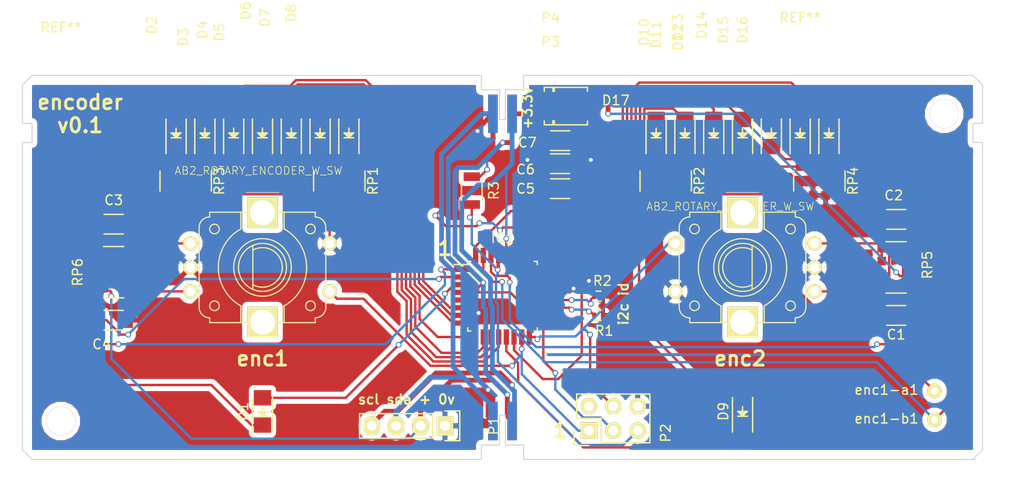
<source format=kicad_pcb>
(kicad_pcb (version 4) (host pcbnew "(2015-06-25 BZR 5821)-product")
  (layers (0 F.Cu signal) (31 B.Cu signal) (34 B.Paste user) (35 F.Paste user) (36 B.SilkS user) (37 F.SilkS user) (38 B.Mask user) (39 F.Mask user) (44 Edge.Cuts user))
  (net 0 "")
  (net 1 "Net-(ROT_ENC1-Pad7)")
  (net 2 +3V3)
  (net 3 Earth)
  (net 4 sck)
  (net 5 id0)
  (net 6 id1)
  (net 7 sda)
  (net 8 scl)
  (net 9 reset)
  (net 10 enc2-a)
  (net 11 enc2-b)
  (net 12 enc1-a)
  (net 13 enc1-b)
  (net 14 "Net-(ROT_ENC2-Pad7)")
  (net 15 led0)
  (net 16 "Net-(D1-Pad1)")
  (net 17 led1)
  (net 18 "Net-(D2-Pad1)")
  (net 19 led2)
  (net 20 "Net-(D3-Pad1)")
  (net 21 led3)
  (net 22 "Net-(D4-Pad1)")
  (net 23 led4)
  (net 24 "Net-(D5-Pad1)")
  (net 25 led5)
  (net 26 "Net-(D6-Pad1)")
  (net 27 led6)
  (net 28 "Net-(D7-Pad1)")
  (net 29 led7)
  (net 30 "Net-(D8-Pad1)")
  (net 31 led8)
  (net 32 "Net-(D9-Pad1)")
  (net 33 led9)
  (net 34 "Net-(D10-Pad1)")
  (net 35 led10)
  (net 36 "Net-(D11-Pad1)")
  (net 37 led11)
  (net 38 "Net-(D12-Pad1)")
  (net 39 led12)
  (net 40 "Net-(D13-Pad1)")
  (net 41 led13)
  (net 42 "Net-(D14-Pad1)")
  (net 43 led14)
  (net 44 "Net-(D15-Pad1)")
  (net 45 led15)
  (net 46 "Net-(D16-Pad1)")
  (net 47 enc1-s)
  (net 48 miso)
  (net 49 "Net-(ROT_ENC1-Pad1)")
  (net 50 "Net-(ROT_ENC1-Pad3)")
  (net 51 "Net-(ROT_ENC2-Pad1)")
  (net 52 "Net-(ROT_ENC2-Pad3)")
  (module Housings_QFP:TQFP-32_7x7mm_Pitch0.8mm (layer F.Cu) (at 165 73)
    (fp_text reference IC1 (at 0 -6.05) (layer F.SilkS))
    (fp_text value ATTINY88-A)
    (pad 1 smd rect (at -4.25 -2.8) (size 1.6 0.55) (layers F.Cu F.Paste F.Mask) (net 10 enc2-a))
    (pad 2 smd rect (at -4.25 -2) (size 1.6 0.55) (layers F.Cu F.Paste F.Mask) (net 11 enc2-b))
    (pad 3 smd rect (at -4.25 -1.2) (size 1.6 0.55) (layers F.Cu F.Paste F.Mask) (net 15 led0))
    (pad 4 smd rect (at -4.25 -0.4) (size 1.6 0.55) (layers F.Cu F.Paste F.Mask) (net 2 +3V3))
    (pad 5 smd rect (at -4.25 0.4) (size 1.6 0.55) (layers F.Cu F.Paste F.Mask) (net 3 Earth))
    (pad 6 smd rect (at -4.25 1.2) (size 1.6 0.55) (layers F.Cu F.Paste F.Mask) (net 17 led1))
    (pad 7 smd rect (at -4.25 2) (size 1.6 0.55) (layers F.Cu F.Paste F.Mask) (net 19 led2))
    (pad 8 smd rect (at -4.25 2.8) (size 1.6 0.55) (layers F.Cu F.Paste F.Mask) (net 21 led3))
    (pad 9 smd rect (at -2.8 4.25 90) (size 1.6 0.55) (layers F.Cu F.Paste F.Mask) (net 23 led4))
    (pad 10 smd rect (at -2 4.25 90) (size 1.6 0.55) (layers F.Cu F.Paste F.Mask) (net 25 led5))
    (pad 11 smd rect (at -1.2 4.25 90) (size 1.6 0.55) (layers F.Cu F.Paste F.Mask) (net 27 led6))
    (pad 12 smd rect (at -0.4 4.25 90) (size 1.6 0.55) (layers F.Cu F.Paste F.Mask) (net 29 led7))
    (pad 13 smd rect (at 0.4 4.25 90) (size 1.6 0.55) (layers F.Cu F.Paste F.Mask) (net 31 led8))
    (pad 14 smd rect (at 1.2 4.25 90) (size 1.6 0.55) (layers F.Cu F.Paste F.Mask) (net 33 led9))
    (pad 15 smd rect (at 2 4.25 90) (size 1.6 0.55) (layers F.Cu F.Paste F.Mask) (net 48 miso))
    (pad 16 smd rect (at 2.8 4.25 90) (size 1.6 0.55) (layers F.Cu F.Paste F.Mask) (net 47 enc1-s))
    (pad 17 smd rect (at 4.25 2.8) (size 1.6 0.55) (layers F.Cu F.Paste F.Mask) (net 4 sck))
    (pad 18 smd rect (at 4.25 2) (size 1.6 0.55) (layers F.Cu F.Paste F.Mask) (net 2 +3V3))
    (pad 19 smd rect (at 4.25 1.2) (size 1.6 0.55) (layers F.Cu F.Paste F.Mask) (net 5 id0))
    (pad 20 smd rect (at 4.25 0.4) (size 1.6 0.55) (layers F.Cu F.Paste F.Mask) (net 6 id1))
    (pad 21 smd rect (at 4.25 -0.4) (size 1.6 0.55) (layers F.Cu F.Paste F.Mask) (net 3 Earth))
    (pad 22 smd rect (at 4.25 -1.2) (size 1.6 0.55) (layers F.Cu F.Paste F.Mask) (net 35 led10))
    (pad 23 smd rect (at 4.25 -2) (size 1.6 0.55) (layers F.Cu F.Paste F.Mask) (net 37 led11))
    (pad 24 smd rect (at 4.25 -2.8) (size 1.6 0.55) (layers F.Cu F.Paste F.Mask) (net 39 led12))
    (pad 25 smd rect (at 2.8 -4.25 90) (size 1.6 0.55) (layers F.Cu F.Paste F.Mask) (net 41 led13))
    (pad 26 smd rect (at 2 -4.25 90) (size 1.6 0.55) (layers F.Cu F.Paste F.Mask) (net 43 led14))
    (pad 27 smd rect (at 1.2 -4.25 90) (size 1.6 0.55) (layers F.Cu F.Paste F.Mask) (net 7 sda))
    (pad 28 smd rect (at 0.4 -4.25 90) (size 1.6 0.55) (layers F.Cu F.Paste F.Mask) (net 8 scl))
    (pad 29 smd rect (at -0.4 -4.25 90) (size 1.6 0.55) (layers F.Cu F.Paste F.Mask) (net 9 reset))
    (pad 30 smd rect (at -1.2 -4.25 90) (size 1.6 0.55) (layers F.Cu F.Paste F.Mask) (net 12 enc1-a))
    (pad 31 smd rect (at -2 -4.25 90) (size 1.6 0.55) (layers F.Cu F.Paste F.Mask) (net 13 enc1-b))
    (pad 32 smd rect (at -2.8 -4.25 90) (size 1.6 0.55) (layers F.Cu F.Paste F.Mask) (net 45 led15))
  )
  (module fp:AB2_ROTARY_ENCODER_W_SWITCH (layer F.Cu) (at 140 70 270)
    (fp_text reference ROT_ENC1 hide)
    (fp_text value AB2_ROTARY_ENCODER_W_SW (at -10.0711 0.4064 360) (layer F.SilkS) (effects (font (size 0.8128 0.8128) (thickness 0.0762))))
    (pad 1 thru_hole circle (at -2.5 7.5 270) (size 1.524 1.524) (drill 1.016) (layers *.Cu *.Mask F.SilkS) (net 49 "Net-(ROT_ENC1-Pad1)"))
    (pad 2 thru_hole circle (at 0 7.5 270) (size 1.524 1.524) (drill 1.016) (layers *.Cu *.Mask F.SilkS) (net 3 Earth))
    (pad 3 thru_hole circle (at 2.5 7.5 270) (size 1.524 1.524) (drill 1.016) (layers *.Cu *.Mask F.SilkS) (net 50 "Net-(ROT_ENC1-Pad3)"))
    (pad 4 thru_hole circle (at 2.5 -7 270) (size 1.524 1.524) (drill 1.016) (layers *.Cu *.Mask F.SilkS) (net 48 miso))
    (pad 6 thru_hole circle (at -2.5 -7 270) (size 1.524 1.524) (drill 1.016) (layers *.Cu *.Mask F.SilkS) (net 3 Earth))
    (pad 7 thru_hole rect (at -5.7 0 270) (size 3.2 3.2) (drill 2.6) (layers *.Cu *.Mask F.SilkS) (net 1 "Net-(ROT_ENC1-Pad7)"))
    (pad 7 thru_hole rect (at 5.7 0 270) (size 3.2 3.2) (drill 2.6) (layers *.Cu *.Mask F.SilkS) (net 1 "Net-(ROT_ENC1-Pad7)"))
  )
  (module fp:AB2_ROTARY_ENCODER_W_SWITCH (layer F.Cu) (at 190 70 90)
    (fp_text reference ROT_ENC2 hide)
    (fp_text value AB2_ROTARY_ENCODER_W_SW (at 6.35 -1.27 180) (layer F.SilkS) (effects (font (size 0.8128 0.8128) (thickness 0.0762))))
    (pad 1 thru_hole circle (at -2.5 7.5 90) (size 1.524 1.524) (drill 1.016) (layers *.Cu *.Mask F.SilkS) (net 51 "Net-(ROT_ENC2-Pad1)"))
    (pad 2 thru_hole circle (at 0 7.5 90) (size 1.524 1.524) (drill 1.016) (layers *.Cu *.Mask F.SilkS) (net 3 Earth))
    (pad 3 thru_hole circle (at 2.5 7.5 90) (size 1.524 1.524) (drill 1.016) (layers *.Cu *.Mask F.SilkS) (net 52 "Net-(ROT_ENC2-Pad3)"))
    (pad 4 thru_hole circle (at 2.5 -7 90) (size 1.524 1.524) (drill 1.016) (layers *.Cu *.Mask F.SilkS) (net 47 enc1-s))
    (pad 6 thru_hole circle (at -2.5 -7 90) (size 1.524 1.524) (drill 1.016) (layers *.Cu *.Mask F.SilkS) (net 3 Earth))
    (pad 7 thru_hole rect (at -5.7 0 90) (size 3.2 3.2) (drill 2.6) (layers *.Cu *.Mask F.SilkS) (net 14 "Net-(ROT_ENC2-Pad7)"))
    (pad 7 thru_hole rect (at 5.7 0 90) (size 3.2 3.2) (drill 2.6) (layers *.Cu *.Mask F.SilkS) (net 14 "Net-(ROT_ENC2-Pad7)"))
  )
  (module Capacitors_SMD:C_1206 (layer F.Cu) (at 206 75)
    (fp_text reference C1 (at 0 2) (layer F.SilkS))
    (fp_text value C)
    (pad 1 smd rect (at -1.5 0) (size 1 1.6) (layers F.Cu F.Paste F.Mask) (net 3 Earth))
    (pad 2 smd rect (at 1.5 0) (size 1 1.6) (layers F.Cu F.Paste F.Mask) (net 12 enc1-a))
  )
  (module Capacitors_SMD:C_1206 (layer F.Cu) (at 206 65 180)
    (fp_text reference C2 (at 0.25 2.5 180) (layer F.SilkS))
    (fp_text value C)
    (pad 1 smd rect (at -1.5 0 180) (size 1 1.6) (layers F.Cu F.Paste F.Mask) (net 13 enc1-b))
    (pad 2 smd rect (at 1.5 0 180) (size 1 1.6) (layers F.Cu F.Paste F.Mask) (net 3 Earth))
  )
  (module Capacitors_SMD:C_1206 (layer F.Cu) (at 124.5 65.5 180)
    (fp_text reference C3 (at 0 2.5 180) (layer F.SilkS))
    (fp_text value C)
    (pad 1 smd rect (at -1.5 0 180) (size 1 1.6) (layers F.Cu F.Paste F.Mask) (net 3 Earth))
    (pad 2 smd rect (at 1.5 0 180) (size 1 1.6) (layers F.Cu F.Paste F.Mask) (net 10 enc2-a))
  )
  (module Capacitors_SMD:C_1206 (layer F.Cu) (at 124.5 75.5)
    (fp_text reference C4 (at -1.25 2.5) (layer F.SilkS))
    (fp_text value C)
    (pad 1 smd rect (at -1.5 0) (size 1 1.6) (layers F.Cu F.Paste F.Mask) (net 11 enc2-b))
    (pad 2 smd rect (at 1.5 0) (size 1 1.6) (layers F.Cu F.Paste F.Mask) (net 3 Earth))
  )
  (module Capacitors_SMD:C_1206 (layer F.Cu) (at 171 61.8)
    (fp_text reference C5 (at -3.6 0) (layer F.SilkS))
    (fp_text value 1u)
    (pad 1 smd rect (at -1.5 0) (size 1 1.6) (layers F.Cu F.Paste F.Mask) (net 2 +3V3))
    (pad 2 smd rect (at 1.5 0) (size 1 1.6) (layers F.Cu F.Paste F.Mask) (net 3 Earth))
  )
  (module Capacitors_SMD:C_1206 (layer F.Cu) (at 171 59.2)
    (fp_text reference C6 (at -3.6 0.6) (layer F.SilkS))
    (fp_text value 0.1u)
    (pad 1 smd rect (at -1.5 0) (size 1 1.6) (layers F.Cu F.Paste F.Mask) (net 2 +3V3))
    (pad 2 smd rect (at 1.5 0) (size 1 1.6) (layers F.Cu F.Paste F.Mask) (net 3 Earth))
  )
  (module LEDs:LED-1206 (layer F.Cu) (at 140 85 90)
    (fp_text reference D1 (at 0 -2 90) (layer F.SilkS))
    (fp_text value LED)
    (pad 2 smd rect (at 1.41986 0 270) (size 1.59766 1.80086) (layers F.Cu F.Paste F.Mask) (net 15 led0))
    (pad 1 smd rect (at -1.41986 0 270) (size 1.59766 1.80086) (layers F.Cu F.Paste F.Mask) (net 16 "Net-(D1-Pad1)"))
  )
  (module LEDs:LED-1206 (layer F.Cu) (at 131 56 90)
    (fp_text reference D2 (at 11.25 -2.5 90) (layer F.SilkS))
    (fp_text value LED)
    (pad 2 smd rect (at 1.41986 0 270) (size 1.59766 1.80086) (layers F.Cu F.Paste F.Mask) (net 17 led1))
    (pad 1 smd rect (at -1.41986 0 270) (size 1.59766 1.80086) (layers F.Cu F.Paste F.Mask) (net 18 "Net-(D2-Pad1)"))
  )
  (module LEDs:LED-1206 (layer F.Cu) (at 134 56 90)
    (fp_text reference D3 (at 10 -2.25 90) (layer F.SilkS))
    (fp_text value LED)
    (pad 2 smd rect (at 1.41986 0 270) (size 1.59766 1.80086) (layers F.Cu F.Paste F.Mask) (net 19 led2))
    (pad 1 smd rect (at -1.41986 0 270) (size 1.59766 1.80086) (layers F.Cu F.Paste F.Mask) (net 20 "Net-(D3-Pad1)"))
  )
  (module LEDs:LED-1206 (layer F.Cu) (at 137 56 90)
    (fp_text reference D4 (at 10.75 -3.25 90) (layer F.SilkS))
    (fp_text value LED)
    (pad 2 smd rect (at 1.41986 0 270) (size 1.59766 1.80086) (layers F.Cu F.Paste F.Mask) (net 21 led3))
    (pad 1 smd rect (at -1.41986 0 270) (size 1.59766 1.80086) (layers F.Cu F.Paste F.Mask) (net 22 "Net-(D4-Pad1)"))
  )
  (module LEDs:LED-1206 (layer F.Cu) (at 140 56 90)
    (fp_text reference D5 (at 10.5 -4.5 90) (layer F.SilkS))
    (fp_text value LED)
    (pad 2 smd rect (at 1.41986 0 270) (size 1.59766 1.80086) (layers F.Cu F.Paste F.Mask) (net 23 led4))
    (pad 1 smd rect (at -1.41986 0 270) (size 1.59766 1.80086) (layers F.Cu F.Paste F.Mask) (net 24 "Net-(D5-Pad1)"))
  )
  (module LEDs:LED-1206 (layer F.Cu) (at 143 56 90)
    (fp_text reference D6 (at 12.75 -4.75 90) (layer F.SilkS))
    (fp_text value LED)
    (pad 2 smd rect (at 1.41986 0 270) (size 1.59766 1.80086) (layers F.Cu F.Paste F.Mask) (net 25 led5))
    (pad 1 smd rect (at -1.41986 0 270) (size 1.59766 1.80086) (layers F.Cu F.Paste F.Mask) (net 26 "Net-(D6-Pad1)"))
  )
  (module LEDs:LED-1206 (layer F.Cu) (at 146 56 90)
    (fp_text reference D7 (at 12 -5.75 90) (layer F.SilkS))
    (fp_text value LED)
    (pad 2 smd rect (at 1.41986 0 270) (size 1.59766 1.80086) (layers F.Cu F.Paste F.Mask) (net 27 led6))
    (pad 1 smd rect (at -1.41986 0 270) (size 1.59766 1.80086) (layers F.Cu F.Paste F.Mask) (net 28 "Net-(D7-Pad1)"))
  )
  (module LEDs:LED-1206 (layer F.Cu) (at 149 56 90)
    (fp_text reference D8 (at 12.5 -6 90) (layer F.SilkS))
    (fp_text value LED)
    (pad 2 smd rect (at 1.41986 0 270) (size 1.59766 1.80086) (layers F.Cu F.Paste F.Mask) (net 29 led7))
    (pad 1 smd rect (at -1.41986 0 270) (size 1.59766 1.80086) (layers F.Cu F.Paste F.Mask) (net 30 "Net-(D8-Pad1)"))
  )
  (module LEDs:LED-1206 (layer F.Cu) (at 190 85 90)
    (fp_text reference D9 (at 0 -2 90) (layer F.SilkS))
    (fp_text value LED)
    (pad 2 smd rect (at 1.41986 0 270) (size 1.59766 1.80086) (layers F.Cu F.Paste F.Mask) (net 31 led8))
    (pad 1 smd rect (at -1.41986 0 270) (size 1.59766 1.80086) (layers F.Cu F.Paste F.Mask) (net 32 "Net-(D9-Pad1)"))
  )
  (module LEDs:LED-1206 (layer F.Cu) (at 181 56 90)
    (fp_text reference D10 (at 10.5 -1.25 90) (layer F.SilkS))
    (fp_text value LED)
    (pad 2 smd rect (at 1.41986 0 270) (size 1.59766 1.80086) (layers F.Cu F.Paste F.Mask) (net 33 led9))
    (pad 1 smd rect (at -1.41986 0 270) (size 1.59766 1.80086) (layers F.Cu F.Paste F.Mask) (net 34 "Net-(D10-Pad1)"))
  )
  (module LEDs:LED-1206 (layer F.Cu) (at 184 56 90)
    (fp_text reference D11 (at 10.25 -3 90) (layer F.SilkS))
    (fp_text value LED)
    (pad 2 smd rect (at 1.41986 0 270) (size 1.59766 1.80086) (layers F.Cu F.Paste F.Mask) (net 35 led10))
    (pad 1 smd rect (at -1.41986 0 270) (size 1.59766 1.80086) (layers F.Cu F.Paste F.Mask) (net 36 "Net-(D11-Pad1)"))
  )
  (module LEDs:LED-1206 (layer F.Cu) (at 187 56 90)
    (fp_text reference D12 (at 10 -3.75 90) (layer F.SilkS))
    (fp_text value LED)
    (pad 2 smd rect (at 1.41986 0 270) (size 1.59766 1.80086) (layers F.Cu F.Paste F.Mask) (net 37 led11))
    (pad 1 smd rect (at -1.41986 0 270) (size 1.59766 1.80086) (layers F.Cu F.Paste F.Mask) (net 38 "Net-(D12-Pad1)"))
  )
  (module LEDs:LED-1206 (layer F.Cu) (at 190 56 90)
    (fp_text reference D13 (at 11 -6.75 90) (layer F.SilkS))
    (fp_text value LED)
    (pad 2 smd rect (at 1.41986 0 270) (size 1.59766 1.80086) (layers F.Cu F.Paste F.Mask) (net 39 led12))
    (pad 1 smd rect (at -1.41986 0 270) (size 1.59766 1.80086) (layers F.Cu F.Paste F.Mask) (net 40 "Net-(D13-Pad1)"))
  )
  (module LEDs:LED-1206 (layer F.Cu) (at 193 56 90)
    (fp_text reference D14 (at 11.25 -7.25 90) (layer F.SilkS))
    (fp_text value LED)
    (pad 2 smd rect (at 1.41986 0 270) (size 1.59766 1.80086) (layers F.Cu F.Paste F.Mask) (net 41 led13))
    (pad 1 smd rect (at -1.41986 0 270) (size 1.59766 1.80086) (layers F.Cu F.Paste F.Mask) (net 42 "Net-(D14-Pad1)"))
  )
  (module LEDs:LED-1206 (layer F.Cu) (at 196 56 90)
    (fp_text reference D15 (at 10.75 -8 90) (layer F.SilkS))
    (fp_text value LED)
    (pad 2 smd rect (at 1.41986 0 270) (size 1.59766 1.80086) (layers F.Cu F.Paste F.Mask) (net 43 led14))
    (pad 1 smd rect (at -1.41986 0 270) (size 1.59766 1.80086) (layers F.Cu F.Paste F.Mask) (net 44 "Net-(D15-Pad1)"))
  )
  (module LEDs:LED-1206 (layer F.Cu) (at 199 56 90)
    (fp_text reference D16 (at 10.75 -9 90) (layer F.SilkS))
    (fp_text value LED)
    (pad 2 smd rect (at 1.41986 0 270) (size 1.59766 1.80086) (layers F.Cu F.Paste F.Mask) (net 45 led15))
    (pad 1 smd rect (at -1.41986 0 270) (size 1.59766 1.80086) (layers F.Cu F.Paste F.Mask) (net 46 "Net-(D16-Pad1)"))
  )
  (module Pin_Headers:Pin_Header_Straight_1x04 (layer F.Cu) (at 159 86.5 270)
    (fp_text reference P1 (at 0 -5.1 270) (layer F.SilkS))
    (fp_text value CONN_01X04)
    (pad 1 thru_hole rect (at 0 0 270) (size 2.032 1.7272) (drill 1.016) (layers *.Cu *.Mask F.SilkS) (net 3 Earth))
    (pad 2 thru_hole oval (at 0 2.54 270) (size 2.032 1.7272) (drill 1.016) (layers *.Cu *.Mask F.SilkS) (net 2 +3V3))
    (pad 3 thru_hole oval (at 0 5.08 270) (size 2.032 1.7272) (drill 1.016) (layers *.Cu *.Mask F.SilkS) (net 7 sda))
    (pad 4 thru_hole oval (at 0 7.62 270) (size 2.032 1.7272) (drill 1.016) (layers *.Cu *.Mask F.SilkS) (net 8 scl))
  )
  (module Pin_Headers:Pin_Header_Straight_2x03 (layer F.Cu) (at 174 87 90)
    (fp_text reference P2 (at -0.25 8 90) (layer F.SilkS))
    (fp_text value CONN_02X03)
    (pad 1 thru_hole rect (at 0 0 90) (size 1.7272 1.7272) (drill 1.016) (layers *.Cu *.Mask F.SilkS) (net 48 miso))
    (pad 2 thru_hole oval (at 2.54 0 90) (size 1.7272 1.7272) (drill 1.016) (layers *.Cu *.Mask F.SilkS))
    (pad 3 thru_hole oval (at 0 2.54 90) (size 1.7272 1.7272) (drill 1.016) (layers *.Cu *.Mask F.SilkS) (net 4 sck))
    (pad 4 thru_hole oval (at 2.54 2.54 90) (size 1.7272 1.7272) (drill 1.016) (layers *.Cu *.Mask F.SilkS) (net 47 enc1-s))
    (pad 5 thru_hole oval (at 0 5.08 90) (size 1.7272 1.7272) (drill 1.016) (layers *.Cu *.Mask F.SilkS) (net 9 reset))
    (pad 6 thru_hole oval (at 2.54 5.08 90) (size 1.7272 1.7272) (drill 1.016) (layers *.Cu *.Mask F.SilkS) (net 3 Earth))
  )
  (module Resistors_SMD:R_1206 (layer F.Cu) (at 161.8 62 270)
    (fp_text reference R3 (at 0 -2.3 270) (layer F.SilkS))
    (fp_text value 20k)
    (pad 1 smd rect (at -1.45 0 270) (size 0.9 1.7) (layers F.Cu F.Paste F.Mask) (net 2 +3V3))
    (pad 2 smd rect (at 1.45 0 270) (size 0.9 1.7) (layers F.Cu F.Paste F.Mask) (net 9 reset))
  )
  (module fp:testpoint (layer F.Cu) (at 210 83)
    (fp_text reference enc1-a1 (at -5 -0.25) (layer F.SilkS))
    (fp_text value testpoint)
    (pad 1 thru_hole circle (at 0 -0.127) (size 1.524 1.524) (drill 0.762) (layers *.Cu *.Mask F.SilkS) (net 12 enc1-a))
  )
  (module fp:testpoint (layer F.Cu) (at 210 86)
    (fp_text reference enc1-b1 (at -5 -0.25) (layer F.SilkS))
    (fp_text value testpoint)
    (pad 1 thru_hole circle (at 0 -0.127) (size 1.524 1.524) (drill 0.762) (layers *.Cu *.Mask F.SilkS) (net 13 enc1-b))
  )
  (module Resistors_SMD:R_Array_Convex_4x1206 (layer F.Cu) (at 148 61 270)
    (fp_text reference RP1 (at 0 -3.5 270) (layer F.SilkS))
    (fp_text value 220)
    (pad 1 smd rect (at -1.5 -2 270) (size 0.9 0.9) (layers F.Cu F.Paste F.Mask) (net 30 "Net-(D8-Pad1)"))
    (pad 4 smd rect (at -1.5 2 270) (size 0.9 0.9) (layers F.Cu F.Paste F.Mask) (net 24 "Net-(D5-Pad1)"))
    (pad 2 smd rect (at -1.5 -0.66 270) (size 0.9 0.9) (layers F.Cu F.Paste F.Mask) (net 28 "Net-(D7-Pad1)"))
    (pad 3 smd rect (at -1.5 0.66 270) (size 0.9 0.9) (layers F.Cu F.Paste F.Mask) (net 26 "Net-(D6-Pad1)"))
    (pad 7 smd rect (at 1.5 -0.66 270) (size 0.9 0.9) (layers F.Cu F.Paste F.Mask) (net 3 Earth))
    (pad 8 smd rect (at 1.5 -2 270) (size 0.9 0.9) (layers F.Cu F.Paste F.Mask) (net 3 Earth))
    (pad 5 smd rect (at 1.5 2 270) (size 0.9 0.9) (layers F.Cu F.Paste F.Mask) (net 3 Earth))
    (pad 6 smd rect (at 1.5 0.66 270) (size 0.9 0.9) (layers F.Cu F.Paste F.Mask) (net 3 Earth))
  )
  (module Resistors_SMD:R_Array_Convex_4x1206 (layer F.Cu) (at 182 61 270)
    (fp_text reference RP2 (at 0 -3.5 270) (layer F.SilkS))
    (fp_text value 220)
    (pad 1 smd rect (at -1.5 -2 270) (size 0.9 0.9) (layers F.Cu F.Paste F.Mask) (net 38 "Net-(D12-Pad1)"))
    (pad 4 smd rect (at -1.5 2 270) (size 0.9 0.9) (layers F.Cu F.Paste F.Mask) (net 32 "Net-(D9-Pad1)"))
    (pad 2 smd rect (at -1.5 -0.66 270) (size 0.9 0.9) (layers F.Cu F.Paste F.Mask) (net 36 "Net-(D11-Pad1)"))
    (pad 3 smd rect (at -1.5 0.66 270) (size 0.9 0.9) (layers F.Cu F.Paste F.Mask) (net 34 "Net-(D10-Pad1)"))
    (pad 7 smd rect (at 1.5 -0.66 270) (size 0.9 0.9) (layers F.Cu F.Paste F.Mask) (net 3 Earth))
    (pad 8 smd rect (at 1.5 -2 270) (size 0.9 0.9) (layers F.Cu F.Paste F.Mask) (net 3 Earth))
    (pad 5 smd rect (at 1.5 2 270) (size 0.9 0.9) (layers F.Cu F.Paste F.Mask) (net 3 Earth))
    (pad 6 smd rect (at 1.5 0.66 270) (size 0.9 0.9) (layers F.Cu F.Paste F.Mask) (net 3 Earth))
  )
  (module Resistors_SMD:R_Array_Convex_4x1206 (layer F.Cu) (at 132 61 270)
    (fp_text reference RP3 (at 0 -3.5 270) (layer F.SilkS))
    (fp_text value 220)
    (pad 1 smd rect (at -1.5 -2 270) (size 0.9 0.9) (layers F.Cu F.Paste F.Mask) (net 22 "Net-(D4-Pad1)"))
    (pad 4 smd rect (at -1.5 2 270) (size 0.9 0.9) (layers F.Cu F.Paste F.Mask) (net 16 "Net-(D1-Pad1)"))
    (pad 2 smd rect (at -1.5 -0.66 270) (size 0.9 0.9) (layers F.Cu F.Paste F.Mask) (net 20 "Net-(D3-Pad1)"))
    (pad 3 smd rect (at -1.5 0.66 270) (size 0.9 0.9) (layers F.Cu F.Paste F.Mask) (net 18 "Net-(D2-Pad1)"))
    (pad 7 smd rect (at 1.5 -0.66 270) (size 0.9 0.9) (layers F.Cu F.Paste F.Mask) (net 3 Earth))
    (pad 8 smd rect (at 1.5 -2 270) (size 0.9 0.9) (layers F.Cu F.Paste F.Mask) (net 3 Earth))
    (pad 5 smd rect (at 1.5 2 270) (size 0.9 0.9) (layers F.Cu F.Paste F.Mask) (net 3 Earth))
    (pad 6 smd rect (at 1.5 0.66 270) (size 0.9 0.9) (layers F.Cu F.Paste F.Mask) (net 3 Earth))
  )
  (module Resistors_SMD:R_Array_Convex_4x1206 (layer F.Cu) (at 198 61 270)
    (fp_text reference RP4 (at 0 -3.5 270) (layer F.SilkS))
    (fp_text value 220)
    (pad 1 smd rect (at -1.5 -2 270) (size 0.9 0.9) (layers F.Cu F.Paste F.Mask) (net 46 "Net-(D16-Pad1)"))
    (pad 4 smd rect (at -1.5 2 270) (size 0.9 0.9) (layers F.Cu F.Paste F.Mask) (net 40 "Net-(D13-Pad1)"))
    (pad 2 smd rect (at -1.5 -0.66 270) (size 0.9 0.9) (layers F.Cu F.Paste F.Mask) (net 44 "Net-(D15-Pad1)"))
    (pad 3 smd rect (at -1.5 0.66 270) (size 0.9 0.9) (layers F.Cu F.Paste F.Mask) (net 42 "Net-(D14-Pad1)"))
    (pad 7 smd rect (at 1.5 -0.66 270) (size 0.9 0.9) (layers F.Cu F.Paste F.Mask) (net 3 Earth))
    (pad 8 smd rect (at 1.5 -2 270) (size 0.9 0.9) (layers F.Cu F.Paste F.Mask) (net 3 Earth))
    (pad 5 smd rect (at 1.5 2 270) (size 0.9 0.9) (layers F.Cu F.Paste F.Mask) (net 3 Earth))
    (pad 6 smd rect (at 1.5 0.66 270) (size 0.9 0.9) (layers F.Cu F.Paste F.Mask) (net 3 Earth))
  )
  (module Resistors_SMD:R_Array_Convex_4x1206 (layer F.Cu) (at 206 70)
    (fp_text reference RP5 (at 3.25 -0.25 90) (layer F.SilkS))
    (fp_text value 220)
    (pad 1 smd rect (at -1.5 -2) (size 0.9 0.9) (layers F.Cu F.Paste F.Mask) (net 52 "Net-(ROT_ENC2-Pad3)"))
    (pad 4 smd rect (at -1.5 2) (size 0.9 0.9) (layers F.Cu F.Paste F.Mask) (net 51 "Net-(ROT_ENC2-Pad1)"))
    (pad 2 smd rect (at -1.5 -0.66) (size 0.9 0.9) (layers F.Cu F.Paste F.Mask) (net 52 "Net-(ROT_ENC2-Pad3)"))
    (pad 3 smd rect (at -1.5 0.66) (size 0.9 0.9) (layers F.Cu F.Paste F.Mask) (net 51 "Net-(ROT_ENC2-Pad1)"))
    (pad 7 smd rect (at 1.5 -0.66) (size 0.9 0.9) (layers F.Cu F.Paste F.Mask) (net 13 enc1-b))
    (pad 8 smd rect (at 1.5 -2) (size 0.9 0.9) (layers F.Cu F.Paste F.Mask) (net 2 +3V3))
    (pad 5 smd rect (at 1.5 2) (size 0.9 0.9) (layers F.Cu F.Paste F.Mask) (net 2 +3V3))
    (pad 6 smd rect (at 1.5 0.66) (size 0.9 0.9) (layers F.Cu F.Paste F.Mask) (net 12 enc1-a))
  )
  (module Resistors_SMD:R_Array_Convex_4x1206 (layer F.Cu) (at 124.5 70.5 180)
    (fp_text reference RP6 (at 3.75 0 270) (layer F.SilkS))
    (fp_text value 220)
    (pad 1 smd rect (at -1.5 -2 180) (size 0.9 0.9) (layers F.Cu F.Paste F.Mask) (net 50 "Net-(ROT_ENC1-Pad3)"))
    (pad 4 smd rect (at -1.5 2 180) (size 0.9 0.9) (layers F.Cu F.Paste F.Mask) (net 49 "Net-(ROT_ENC1-Pad1)"))
    (pad 2 smd rect (at -1.5 -0.66 180) (size 0.9 0.9) (layers F.Cu F.Paste F.Mask) (net 50 "Net-(ROT_ENC1-Pad3)"))
    (pad 3 smd rect (at -1.5 0.66 180) (size 0.9 0.9) (layers F.Cu F.Paste F.Mask) (net 49 "Net-(ROT_ENC1-Pad1)"))
    (pad 7 smd rect (at 1.5 -0.66 180) (size 0.9 0.9) (layers F.Cu F.Paste F.Mask) (net 11 enc2-b))
    (pad 8 smd rect (at 1.5 -2 180) (size 0.9 0.9) (layers F.Cu F.Paste F.Mask) (net 2 +3V3))
    (pad 5 smd rect (at 1.5 2 180) (size 0.9 0.9) (layers F.Cu F.Paste F.Mask) (net 2 +3V3))
    (pad 6 smd rect (at 1.5 0.66 180) (size 0.9 0.9) (layers F.Cu F.Paste F.Mask) (net 10 enc2-a))
  )
  (module fp:avx (layer F.Cu) (at 165 54)
    (fp_text reference P3 (at 5 -7.5) (layer F.SilkS))
    (fp_text value CONN_01X04)
    (pad 2 smd rect (at 1 0) (size 1 4) (layers F.Cu F.Paste F.Mask) (net 2 +3V3))
    (pad 1 smd rect (at -1 0) (size 1 4) (layers F.Cu F.Paste F.Mask) (net 3 Earth))
    (pad 3 smd rect (at -1 0) (size 1 4) (layers B.Cu F.Paste F.Mask) (net 7 sda))
    (pad 4 smd rect (at 1 0) (size 1 4) (layers B.Cu F.Paste F.Mask) (net 8 scl))
  )
  (module fp:avx (layer F.Cu) (at 165 86)
    (fp_text reference P4 (at 5 -42) (layer F.SilkS))
    (fp_text value CONN_01X04)
    (pad 2 smd rect (at 1 0) (size 1 4) (layers F.Cu F.Paste F.Mask) (net 2 +3V3))
    (pad 1 smd rect (at -1 0) (size 1 4) (layers F.Cu F.Paste F.Mask) (net 3 Earth))
    (pad 3 smd rect (at -1 0) (size 1 4) (layers B.Cu F.Paste F.Mask) (net 7 sda))
    (pad 4 smd rect (at 1 0) (size 1 4) (layers B.Cu F.Paste F.Mask) (net 8 scl))
  )
  (module Mounting_Holes:MountingHole_3mm (layer F.Cu) (at 119 86)
    (fp_text reference REF** (at 0 -41) (layer F.SilkS))
    (fp_text value MountingHole_3mm)
    (pad 1 thru_hole circle (at 0 0) (size 3 3) (drill 3) (layers))
  )
  (module Mounting_Holes:MountingHole_3mm (layer F.Cu) (at 211 54)
    (fp_text reference REF** (at -15 -10) (layer F.SilkS))
    (fp_text value MountingHole_3mm)
    (pad 1 thru_hole circle (at 0 0) (size 3 3) (drill 3) (layers))
  )
  (module Capacitors_SMD:C_1206 (layer F.Cu) (at 171 56.8)
    (fp_text reference C7 (at -3.4 0.2) (layer F.SilkS))
    (fp_text value 10u)
    (pad 1 smd rect (at -1.5 0) (size 1 1.6) (layers F.Cu F.Paste F.Mask) (net 2 +3V3))
    (pad 2 smd rect (at 1.5 0) (size 1 1.6) (layers F.Cu F.Paste F.Mask) (net 3 Earth))
  )
  (module Diodes_SMD:DO-214BA (layer F.Cu) (at 171.6 53.2)
    (fp_text reference D17 (at 5.2 -0.6) (layer F.SilkS))
    (fp_text value 1A)
    (pad 2 smd rect (at 1.7 0) (size 2 2.5) (layers F.Cu F.Paste F.Mask) (net 3 Earth))
    (pad 1 smd rect (at -1.7 0) (size 2 2.5) (layers F.Cu F.Paste F.Mask) (net 2 +3V3))
  )
  (module Resistors_SMD:R_0402 (layer F.Cu) (at 175 75)
    (fp_text reference R1 (at 0.6 1.6) (layer F.SilkS))
    (fp_text value R)
    (pad 1 smd rect (at -0.45 0) (size 0.4 0.6) (layers F.Cu F.Paste F.Mask) (net 5 id0))
    (pad 2 smd rect (at 0.45 0) (size 0.4 0.6) (layers F.Cu F.Paste F.Mask) (net 3 Earth))
  )
  (module Resistors_SMD:R_0402 (layer F.Cu) (at 175 73)
    (fp_text reference R2 (at 0.4 -1.6) (layer F.SilkS))
    (fp_text value R)
    (pad 1 smd rect (at -0.45 0) (size 0.4 0.6) (layers F.Cu F.Paste F.Mask) (net 6 id1))
    (pad 2 smd rect (at 0.45 0) (size 0.4 0.6) (layers F.Cu F.Paste F.Mask) (net 3 Earth))
  )
  (gr_text +3.3v (at 167.6 53.4 90) (layer F.SilkS) (effects (font (size 1 1) (thickness 0.2))))
  (gr_text 1 (at 159 68) (layer F.SilkS) (effects (font (size 1.5 1.5) (thickness 0.3))))
  (gr_text "encoder\nv0.1" (at 121 54) (layer F.SilkS) (effects (font (size 1.5 1.5) (thickness 0.3))))
  (gr_line (start 115 51) (end 116 50) (angle 90) (layer Edge.Cuts) (width 0.1))
  (gr_line (start 214 50) (end 215 51) (angle 90) (layer Edge.Cuts) (width 0.1))
  (gr_line (start 115 55) (end 115 51) (angle 90) (layer Edge.Cuts) (width 0.1))
  (gr_line (start 116 55) (end 115 55) (angle 90) (layer Edge.Cuts) (width 0.1))
  (gr_line (start 116 57) (end 116 55) (angle 90) (layer Edge.Cuts) (width 0.1))
  (gr_line (start 115 57) (end 116 57) (angle 90) (layer Edge.Cuts) (width 0.1))
  (gr_line (start 115 89) (end 115 57) (angle 90) (layer Edge.Cuts) (width 0.1))
  (gr_line (start 116 90) (end 115 89) (angle 90) (layer Edge.Cuts) (width 0.1))
  (gr_line (start 162.8 90) (end 116 90) (angle 90) (layer Edge.Cuts) (width 0.1))
  (gr_line (start 162.8 88.5) (end 162.8 90) (angle 90) (layer Edge.Cuts) (width 0.1))
  (gr_line (start 164.7 88.5) (end 162.8 88.5) (angle 90) (layer Edge.Cuts) (width 0.1))
  (gr_line (start 164.7 85.4) (end 164.7 88.5) (angle 90) (layer Edge.Cuts) (width 0.1))
  (gr_line (start 165.3 85.4) (end 164.7 85.4) (angle 90) (layer Edge.Cuts) (width 0.1))
  (gr_line (start 165.3 88.5) (end 165.3 85.4) (angle 90) (layer Edge.Cuts) (width 0.1))
  (gr_line (start 167.2 88.5) (end 165.3 88.5) (angle 90) (layer Edge.Cuts) (width 0.1))
  (gr_line (start 167.2 89) (end 167.2 88.5) (angle 90) (layer Edge.Cuts) (width 0.1))
  (gr_line (start 167.2 90) (end 167.2 89) (angle 90) (layer Edge.Cuts) (width 0.1))
  (gr_line (start 214.2 90) (end 167.2 90) (angle 90) (layer Edge.Cuts) (width 0.1))
  (gr_line (start 215 89) (end 214 90) (angle 90) (layer Edge.Cuts) (width 0.1))
  (gr_line (start 215 57) (end 215 89) (angle 90) (layer Edge.Cuts) (width 0.1))
  (gr_line (start 214 57) (end 215 57) (angle 90) (layer Edge.Cuts) (width 0.1))
  (gr_line (start 214 55) (end 214 57) (angle 90) (layer Edge.Cuts) (width 0.1))
  (gr_line (start 215 55) (end 214 55) (angle 90) (layer Edge.Cuts) (width 0.1))
  (gr_line (start 215 51) (end 215 55) (angle 90) (layer Edge.Cuts) (width 0.1))
  (gr_line (start 167.2 50) (end 214 50) (angle 90) (layer Edge.Cuts) (width 0.1))
  (gr_line (start 167.2 51.5) (end 167.2 50) (angle 90) (layer Edge.Cuts) (width 0.1))
  (gr_line (start 165.3 51.5) (end 167.2 51.5) (angle 90) (layer Edge.Cuts) (width 0.1))
  (gr_line (start 165.3 54.6) (end 165.3 51.5) (angle 90) (layer Edge.Cuts) (width 0.1))
  (gr_line (start 164.7 54.6) (end 165.3 54.6) (angle 90) (layer Edge.Cuts) (width 0.1))
  (gr_line (start 164.7 51.5) (end 164.7 54.6) (angle 90) (layer Edge.Cuts) (width 0.1))
  (gr_line (start 162.8 51.5) (end 164.7 51.5) (angle 90) (layer Edge.Cuts) (width 0.1))
  (gr_line (start 162.8 50) (end 162.8 51.5) (angle 90) (layer Edge.Cuts) (width 0.1))
  (gr_line (start 116 50) (end 162.8 50) (angle 90) (layer Edge.Cuts) (width 0.1))
  (gr_text "scl sda + 0v" (at 155 83.75) (layer F.SilkS) (effects (font (size 1 1) (thickness 0.2))))
  (gr_text 1 (at 171 87) (layer F.SilkS) (effects (font (size 1.5 1.5) (thickness 0.3))))
  (gr_text "i2c id" (at 177.6 73.8 90) (layer F.SilkS) (effects (font (size 1 1) (thickness 0.2))))
  (gr_text enc2 (at 189.75 79.5) (layer F.SilkS) (effects (font (size 1.5 1.5) (thickness 0.3))))
  (gr_text enc1 (at 140 79.5) (layer F.SilkS) (effects (font (size 1.5 1.5) (thickness 0.3))))
  (segment (start 162.4 59.6) (end 163.337959 58.662041) (width 0.5) (layer B.Cu) (net 2))
  (segment (start 163.337959 58.662041) (end 165 57) (width 0.5) (layer B.Cu) (net 2))
  (segment (start 163.4 59.8) (end 163.4 58.724082) (width 0.25) (layer B.Cu) (net 2))
  (segment (start 163.4 58.724082) (end 163.337959 58.662041) (width 0.25) (layer B.Cu) (net 2))
  (segment (start 161.8 60.55) (end 162.65 60.55) (width 0.25) (layer F.Cu) (net 2))
  (via (at 163.4 59.8) (size 0.6) (drill 0.4) (layers F.Cu B.Cu) (net 2))
  (segment (start 162.65 60.55) (end 163.4 59.8) (width 0.25) (layer F.Cu) (net 2))
  (segment (start 163 71.579906) (end 160.04999 68.629896) (width 0.5) (layer B.Cu) (net 2))
  (segment (start 160.04999 68.629896) (end 160.04999 59.95001) (width 0.5) (layer B.Cu) (net 2))
  (segment (start 160.04999 59.95001) (end 160.4 59.6) (width 0.5) (layer B.Cu) (net 2))
  (segment (start 160.4 59.6) (end 162.4 59.6) (width 0.5) (layer B.Cu) (net 2))
  (segment (start 166 57) (end 166 54) (width 0.5) (layer F.Cu) (net 2))
  (segment (start 165 57) (end 166 57) (width 0.5) (layer F.Cu) (net 2))
  (via (at 165 57) (size 0.6) (drill 0.4) (layers F.Cu B.Cu) (net 2))
  (segment (start 176 54) (end 176 52.839998) (width 0.5) (layer F.Cu) (net 2))
  (segment (start 176 52.839998) (end 174.610002 51.45) (width 0.5) (layer F.Cu) (net 2))
  (segment (start 171.4 51.45) (end 169.9 52.95) (width 0.5) (layer F.Cu) (net 2))
  (segment (start 174.610002 51.45) (end 171.4 51.45) (width 0.5) (layer F.Cu) (net 2))
  (segment (start 169.9 52.95) (end 169.9 53.2) (width 0.5) (layer F.Cu) (net 2))
  (segment (start 169.5 61.8) (end 169.5 59.2) (width 0.5) (layer F.Cu) (net 2))
  (segment (start 169.5 59.2) (end 169.5 58.610002) (width 0.5) (layer F.Cu) (net 2))
  (segment (start 169.5 58.610002) (end 169.249999 58.360001) (width 0.5) (layer F.Cu) (net 2))
  (segment (start 169.249999 58.360001) (end 169.249999 57.050001) (width 0.5) (layer F.Cu) (net 2))
  (segment (start 169.249999 57.050001) (end 169.5 56.8) (width 0.5) (layer F.Cu) (net 2))
  (segment (start 169.9 53.2) (end 169.9 56.4) (width 0.5) (layer F.Cu) (net 2))
  (segment (start 169.9 56.4) (end 169.5 56.8) (width 0.5) (layer F.Cu) (net 2))
  (segment (start 166 54) (end 169.1 54) (width 0.5) (layer F.Cu) (net 2))
  (segment (start 169.1 54) (end 169.9 53.2) (width 0.5) (layer F.Cu) (net 2))
  (segment (start 176.424264 54) (end 176 54) (width 0.25) (layer B.Cu) (net 2))
  (segment (start 189.5 54) (end 176.424264 54) (width 0.25) (layer B.Cu) (net 2))
  (segment (start 206 70.5) (end 189.5 54) (width 0.25) (layer B.Cu) (net 2))
  (via (at 176 54) (size 0.6) (drill 0.4) (layers F.Cu B.Cu) (net 2))
  (segment (start 156.46 86.6524) (end 156.46 86.5) (width 0.5) (layer F.Cu) (net 2))
  (segment (start 163.250001 81.000001) (end 163.250001 74.389999) (width 0.5) (layer B.Cu) (net 2))
  (segment (start 163 74.139998) (end 163 72.00417) (width 0.5) (layer B.Cu) (net 2))
  (segment (start 163.250001 74.389999) (end 163 74.139998) (width 0.5) (layer B.Cu) (net 2))
  (segment (start 165.5 83.25) (end 163.250001 81.000001) (width 0.5) (layer B.Cu) (net 2))
  (segment (start 163 72.00417) (end 163 71.579906) (width 0.5) (layer B.Cu) (net 2))
  (segment (start 162.467737 72.6) (end 161.8 72.6) (width 0.25) (layer F.Cu) (net 2))
  (segment (start 165.8 72.6) (end 162.467737 72.6) (width 0.25) (layer F.Cu) (net 2))
  (segment (start 162.467737 72.6) (end 162.467737 72.112169) (width 0.25) (layer F.Cu) (net 2))
  (segment (start 162.467737 72.112169) (end 163 71.579906) (width 0.25) (layer F.Cu) (net 2))
  (via (at 163 71.579906) (size 0.6) (drill 0.4) (layers F.Cu B.Cu) (net 2))
  (segment (start 169.25 75) (end 168.2 75) (width 0.25) (layer F.Cu) (net 2))
  (segment (start 168.2 75) (end 165.8 72.6) (width 0.25) (layer F.Cu) (net 2))
  (segment (start 161.8 72.6) (end 160.75 72.6) (width 0.25) (layer F.Cu) (net 2))
  (segment (start 206.724999 70.900665) (end 206.724999 68.075001) (width 0.25) (layer F.Cu) (net 2))
  (segment (start 206.724999 71.924999) (end 206.724999 70.900665) (width 0.25) (layer F.Cu) (net 2))
  (segment (start 206.724999 70.900665) (end 206.400665 70.900665) (width 0.25) (layer F.Cu) (net 2))
  (segment (start 206.400665 70.900665) (end 206 70.5) (width 0.25) (layer F.Cu) (net 2))
  (via (at 206 70.5) (size 0.6) (drill 0.4) (layers F.Cu B.Cu) (net 2))
  (segment (start 124.25 73) (end 124.25 72.575736) (width 0.25) (layer F.Cu) (net 2))
  (segment (start 124.25 72.575736) (end 124.099263 72.424999) (width 0.25) (layer F.Cu) (net 2))
  (segment (start 124.099263 72.424999) (end 123.775001 72.424999) (width 0.25) (layer F.Cu) (net 2))
  (segment (start 132.59101 87.84101) (end 124.25 79.5) (width 0.25) (layer B.Cu) (net 2))
  (segment (start 124.25 79.5) (end 124.25 73) (width 0.25) (layer B.Cu) (net 2))
  (via (at 124.25 73) (size 0.6) (drill 0.4) (layers F.Cu B.Cu) (net 2))
  (segment (start 156.46 86.5) (end 156.46 86.6524) (width 0.25) (layer B.Cu) (net 2))
  (segment (start 156.46 86.6524) (end 155.27139 87.84101) (width 0.25) (layer B.Cu) (net 2))
  (segment (start 155.27139 87.84101) (end 132.59101 87.84101) (width 0.25) (layer B.Cu) (net 2))
  (segment (start 159.694 81.75) (end 164 81.75) (width 0.5) (layer F.Cu) (net 2))
  (segment (start 164 81.75) (end 165.5 83.25) (width 0.5) (layer F.Cu) (net 2))
  (segment (start 156.46 86.5) (end 156.46 84.984) (width 0.5) (layer F.Cu) (net 2))
  (segment (start 156.46 84.984) (end 159.694 81.75) (width 0.5) (layer F.Cu) (net 2))
  (segment (start 165.5 83.25) (end 165.5 85.5) (width 0.5) (layer F.Cu) (net 2))
  (segment (start 165.5 85.5) (end 166 86) (width 0.5) (layer F.Cu) (net 2))
  (via (at 165.5 83.25) (size 0.6) (drill 0.4) (layers F.Cu B.Cu) (net 2))
  (segment (start 207.5 72) (end 206.8 72) (width 0.25) (layer F.Cu) (net 2))
  (segment (start 206.8 72) (end 206.724999 71.924999) (width 0.25) (layer F.Cu) (net 2))
  (segment (start 206.724999 68.075001) (end 206.8 68) (width 0.25) (layer F.Cu) (net 2))
  (segment (start 206.8 68) (end 207.5 68) (width 0.25) (layer F.Cu) (net 2))
  (segment (start 123 68.5) (end 123.7 68.5) (width 0.25) (layer F.Cu) (net 2))
  (segment (start 123.7 68.5) (end 123.775001 68.575001) (width 0.25) (layer F.Cu) (net 2))
  (segment (start 123.775001 68.575001) (end 123.775001 72.424999) (width 0.25) (layer F.Cu) (net 2))
  (segment (start 123.775001 72.424999) (end 123.7 72.5) (width 0.25) (layer F.Cu) (net 2))
  (segment (start 123.7 72.5) (end 123 72.5) (width 0.25) (layer F.Cu) (net 2))
  (segment (start 175.45 73) (end 175.45 75) (width 0.25) (layer F.Cu) (net 3))
  (segment (start 174 71.4) (end 175.45 72.85) (width 0.25) (layer F.Cu) (net 3))
  (segment (start 175.45 72.85) (end 175.45 73) (width 0.25) (layer F.Cu) (net 3))
  (segment (start 172.4 72.2) (end 173.2 72.2) (width 0.25) (layer B.Cu) (net 3))
  (via (at 174 71.4) (size 0.6) (drill 0.4) (layers F.Cu B.Cu) (net 3))
  (segment (start 173.2 72.2) (end 174 71.4) (width 0.25) (layer B.Cu) (net 3))
  (segment (start 169.25 72.6) (end 172 72.6) (width 0.25) (layer F.Cu) (net 3))
  (segment (start 172 72.6) (end 172.4 72.2) (width 0.25) (layer F.Cu) (net 3))
  (via (at 172.4 72.2) (size 0.6) (drill 0.4) (layers F.Cu B.Cu) (net 3))
  (segment (start 162.4 55.8) (end 162.4 55.6) (width 0.5) (layer F.Cu) (net 3))
  (segment (start 162.4 55.6) (end 164 54) (width 0.5) (layer F.Cu) (net 3))
  (segment (start 159.34998 58.599368) (end 162.149348 55.8) (width 0.5) (layer B.Cu) (net 3))
  (segment (start 162.149348 55.8) (end 162.4 55.8) (width 0.5) (layer B.Cu) (net 3))
  (via (at 162.4 55.8) (size 0.6) (drill 0.4) (layers F.Cu B.Cu) (net 3))
  (segment (start 164 54) (end 164 58.2) (width 0.5) (layer F.Cu) (net 3))
  (segment (start 164 58.2) (end 164.6 58.8) (width 0.5) (layer F.Cu) (net 3))
  (segment (start 164.6 58.8) (end 167.6 58.8) (width 0.5) (layer F.Cu) (net 3))
  (segment (start 174.2 58.799998) (end 167.600002 58.799998) (width 0.5) (layer B.Cu) (net 3))
  (segment (start 167.600002 58.799998) (end 167.6 58.8) (width 0.5) (layer B.Cu) (net 3))
  (via (at 167.6 58.8) (size 0.6) (drill 0.4) (layers F.Cu B.Cu) (net 3))
  (segment (start 174.2 58.799998) (end 172.900002 58.799998) (width 0.5) (layer F.Cu) (net 3))
  (segment (start 172.900002 58.799998) (end 172.5 59.2) (width 0.5) (layer F.Cu) (net 3))
  (segment (start 174.624264 58.799998) (end 174.2 58.799998) (width 0.5) (layer B.Cu) (net 3))
  (segment (start 176.09376 58.799998) (end 174.624264 58.799998) (width 0.5) (layer B.Cu) (net 3))
  (segment (start 184.212001 66.918239) (end 176.09376 58.799998) (width 0.5) (layer B.Cu) (net 3))
  (segment (start 184.212001 71.287999) (end 184.212001 66.918239) (width 0.5) (layer B.Cu) (net 3))
  (segment (start 183 72.5) (end 184.212001 71.287999) (width 0.5) (layer B.Cu) (net 3))
  (via (at 174.2 58.799998) (size 0.6) (drill 0.4) (layers F.Cu B.Cu) (net 3))
  (segment (start 172.5 56.8) (end 172.5 54) (width 0.5) (layer F.Cu) (net 3))
  (segment (start 172.5 54) (end 173.3 53.2) (width 0.5) (layer F.Cu) (net 3))
  (segment (start 172.5 56.8) (end 172.5 59.2) (width 0.5) (layer F.Cu) (net 3))
  (segment (start 172.5 61.8) (end 172.5 59.2) (width 0.5) (layer F.Cu) (net 3))
  (segment (start 159 86.6524) (end 159 86.5) (width 0.5) (layer F.Cu) (net 3))
  (via (at 162.5 74.75) (size 0.6) (drill 0.4) (layers F.Cu B.Cu) (net 3))
  (segment (start 162.475436 74.725436) (end 162.5 74.75) (width 0.25) (layer F.Cu) (net 3))
  (segment (start 162.25 74.725436) (end 162.475436 74.725436) (width 0.25) (layer F.Cu) (net 3))
  (segment (start 162.25 81.5) (end 162.25 74.725436) (width 0.5) (layer B.Cu) (net 3))
  (segment (start 162.25 74.725436) (end 162.25 74.431073) (width 0.5) (layer B.Cu) (net 3))
  (segment (start 162.25 74.431073) (end 162.25 74.725436) (width 0.25) (layer F.Cu) (net 3))
  (segment (start 160.75 73.4) (end 161.8 73.4) (width 0.25) (layer F.Cu) (net 3))
  (segment (start 162.25 73.85) (end 162.25 74.431073) (width 0.25) (layer F.Cu) (net 3))
  (segment (start 161.8 73.4) (end 162.25 73.85) (width 0.25) (layer F.Cu) (net 3))
  (segment (start 162.25 74.431073) (end 162.25 71.819869) (width 0.5) (layer B.Cu) (net 3))
  (segment (start 159.34998 68.919849) (end 159.34998 58.599368) (width 0.5) (layer B.Cu) (net 3))
  (segment (start 159.34998 58.599368) (end 159.482492 58.466856) (width 0.5) (layer B.Cu) (net 3))
  (segment (start 163.5 82.75) (end 162.25 81.5) (width 0.5) (layer B.Cu) (net 3))
  (segment (start 162.25 71.819869) (end 159.34998 68.919849) (width 0.5) (layer B.Cu) (net 3))
  (segment (start 159 86.5) (end 163.5 86.5) (width 0.5) (layer F.Cu) (net 3))
  (segment (start 163.5 86.5) (end 164 86) (width 0.5) (layer F.Cu) (net 3))
  (segment (start 163.5 82.75) (end 163.5 85.5) (width 0.5) (layer F.Cu) (net 3))
  (segment (start 163.5 85.5) (end 164 86) (width 0.5) (layer F.Cu) (net 3))
  (via (at 163.5 82.75) (size 0.6) (drill 0.4) (layers F.Cu B.Cu) (net 3))
  (segment (start 132.5 70) (end 134 71.5) (width 0.25) (layer F.Cu) (net 3))
  (segment (start 134 71.5) (end 134 72.608762) (width 0.25) (layer F.Cu) (net 3))
  (segment (start 134 72.608762) (end 131.108762 75.5) (width 0.25) (layer F.Cu) (net 3))
  (segment (start 131.108762 75.5) (end 126.75 75.5) (width 0.25) (layer F.Cu) (net 3))
  (segment (start 126.75 75.5) (end 126 75.5) (width 0.25) (layer F.Cu) (net 3))
  (segment (start 197.5 70) (end 196 71.5) (width 0.25) (layer F.Cu) (net 3))
  (segment (start 196 71.5) (end 196 72.608762) (width 0.25) (layer F.Cu) (net 3))
  (segment (start 196 72.608762) (end 198.391238 75) (width 0.25) (layer F.Cu) (net 3))
  (segment (start 198.391238 75) (end 203.75 75) (width 0.25) (layer F.Cu) (net 3))
  (segment (start 203.75 75) (end 204.5 75) (width 0.25) (layer F.Cu) (net 3))
  (segment (start 204.5 65) (end 204.5 66.05) (width 0.25) (layer F.Cu) (net 3))
  (segment (start 204.5 66.05) (end 205.275001 66.825001) (width 0.25) (layer F.Cu) (net 3))
  (segment (start 205.275001 66.825001) (end 205.275001 73.174999) (width 0.25) (layer F.Cu) (net 3))
  (segment (start 205.275001 73.174999) (end 204.5 73.95) (width 0.25) (layer F.Cu) (net 3))
  (segment (start 204.5 73.95) (end 204.5 75) (width 0.25) (layer F.Cu) (net 3))
  (segment (start 126 75.5) (end 125.25 75.5) (width 0.25) (layer F.Cu) (net 3))
  (segment (start 125.25 75.5) (end 125.224999 75.474999) (width 0.25) (layer F.Cu) (net 3))
  (segment (start 125.224999 75.474999) (end 125.224999 67.325001) (width 0.25) (layer F.Cu) (net 3))
  (segment (start 125.224999 67.325001) (end 126 66.55) (width 0.25) (layer F.Cu) (net 3))
  (segment (start 126 66.55) (end 126 65.5) (width 0.25) (layer F.Cu) (net 3))
  (segment (start 184 62.5) (end 184.7 62.5) (width 0.25) (layer F.Cu) (net 3))
  (segment (start 195.3 62.5) (end 196 62.5) (width 0.25) (layer F.Cu) (net 3))
  (segment (start 184.7 62.5) (end 184.825001 62.374999) (width 0.25) (layer F.Cu) (net 3))
  (segment (start 184.825001 62.374999) (end 195.174999 62.374999) (width 0.25) (layer F.Cu) (net 3))
  (segment (start 195.174999 62.374999) (end 195.3 62.5) (width 0.25) (layer F.Cu) (net 3))
  (segment (start 200 62.5) (end 198.66 62.5) (width 0.25) (layer F.Cu) (net 3))
  (segment (start 198.66 62.5) (end 197.34 62.5) (width 0.25) (layer F.Cu) (net 3))
  (segment (start 196 62.5) (end 197.34 62.5) (width 0.25) (layer F.Cu) (net 3))
  (segment (start 134.825001 62.374999) (end 135.505449 62.374999) (width 0.25) (layer F.Cu) (net 3))
  (segment (start 135.505449 62.374999) (end 145.174999 62.374999) (width 0.25) (layer F.Cu) (net 3))
  (segment (start 132.5 70) (end 135.505449 66.994551) (width 0.25) (layer F.Cu) (net 3))
  (segment (start 135.505449 66.994551) (end 135.505449 62.374999) (width 0.25) (layer F.Cu) (net 3))
  (segment (start 134 62.5) (end 134.7 62.5) (width 0.25) (layer F.Cu) (net 3))
  (segment (start 134.7 62.5) (end 134.825001 62.374999) (width 0.25) (layer F.Cu) (net 3))
  (segment (start 145.174999 62.374999) (end 145.3 62.5) (width 0.25) (layer F.Cu) (net 3))
  (segment (start 145.3 62.5) (end 146 62.5) (width 0.25) (layer F.Cu) (net 3))
  (segment (start 134 62.5) (end 132.66 62.5) (width 0.25) (layer F.Cu) (net 3))
  (segment (start 132.66 62.5) (end 131.34 62.5) (width 0.25) (layer F.Cu) (net 3))
  (segment (start 130 62.5) (end 131.34 62.5) (width 0.25) (layer F.Cu) (net 3))
  (segment (start 148.66 62.5) (end 150 62.5) (width 0.25) (layer F.Cu) (net 3))
  (segment (start 147.34 62.5) (end 148.66 62.5) (width 0.25) (layer F.Cu) (net 3))
  (segment (start 146 62.5) (end 147.34 62.5) (width 0.25) (layer F.Cu) (net 3))
  (segment (start 147 67.5) (end 147 64.8) (width 0.25) (layer F.Cu) (net 3))
  (segment (start 147 64.8) (end 149.3 62.5) (width 0.25) (layer F.Cu) (net 3))
  (segment (start 149.3 62.5) (end 150 62.5) (width 0.25) (layer F.Cu) (net 3))
  (segment (start 184 62.5) (end 184 63.2) (width 0.25) (layer F.Cu) (net 3))
  (segment (start 184 63.2) (end 184.087001 63.287001) (width 0.25) (layer F.Cu) (net 3))
  (segment (start 184.087001 63.287001) (end 184.087001 71.412999) (width 0.25) (layer F.Cu) (net 3))
  (segment (start 184.087001 71.412999) (end 183.761999 71.738001) (width 0.25) (layer F.Cu) (net 3))
  (segment (start 183.761999 71.738001) (end 183 72.5) (width 0.25) (layer F.Cu) (net 3))
  (segment (start 184 62.5) (end 182.66 62.5) (width 0.25) (layer F.Cu) (net 3))
  (segment (start 182.66 62.5) (end 181.34 62.5) (width 0.25) (layer F.Cu) (net 3))
  (segment (start 180 62.5) (end 181.34 62.5) (width 0.25) (layer F.Cu) (net 3))
  (segment (start 170.5 81) (end 170.5 82.71913) (width 0.25) (layer B.Cu) (net 4))
  (segment (start 173.429471 85.648601) (end 175.188601 85.648601) (width 0.25) (layer B.Cu) (net 4))
  (segment (start 170.5 82.71913) (end 173.429471 85.648601) (width 0.25) (layer B.Cu) (net 4))
  (segment (start 175.188601 85.648601) (end 175.676401 86.136401) (width 0.25) (layer B.Cu) (net 4))
  (segment (start 175.676401 86.136401) (end 176.54 87) (width 0.25) (layer B.Cu) (net 4))
  (via (at 170.5 81) (size 0.6) (drill 0.4) (layers F.Cu B.Cu) (net 4))
  (segment (start 169.25 79.75) (end 170.5 81) (width 0.25) (layer F.Cu) (net 4))
  (segment (start 169.25 75.8) (end 169.25 79.75) (width 0.25) (layer F.Cu) (net 4))
  (segment (start 174 74.6) (end 174.15 74.6) (width 0.25) (layer F.Cu) (net 5))
  (segment (start 174.15 74.6) (end 174.55 75) (width 0.25) (layer F.Cu) (net 5))
  (segment (start 172.2 74.4) (end 173.8 74.4) (width 0.25) (layer B.Cu) (net 5))
  (segment (start 173.8 74.4) (end 174 74.6) (width 0.25) (layer B.Cu) (net 5))
  (via (at 174 74.6) (size 0.6) (drill 0.4) (layers F.Cu B.Cu) (net 5))
  (segment (start 169.25 74.2) (end 172 74.2) (width 0.25) (layer F.Cu) (net 5))
  (segment (start 172 74.2) (end 172.2 74.4) (width 0.25) (layer F.Cu) (net 5))
  (via (at 172.2 74.4) (size 0.6) (drill 0.4) (layers F.Cu B.Cu) (net 5))
  (segment (start 174.2 73.8) (end 174.2 73.35) (width 0.25) (layer F.Cu) (net 6))
  (segment (start 174.2 73.35) (end 174.55 73) (width 0.25) (layer F.Cu) (net 6))
  (segment (start 172.2 73.4) (end 173.8 73.4) (width 0.25) (layer B.Cu) (net 6))
  (segment (start 173.8 73.4) (end 174.2 73.8) (width 0.25) (layer B.Cu) (net 6))
  (via (at 174.2 73.8) (size 0.6) (drill 0.4) (layers F.Cu B.Cu) (net 6))
  (segment (start 169.25 73.4) (end 172.2 73.4) (width 0.25) (layer F.Cu) (net 6))
  (via (at 172.2 73.4) (size 0.6) (drill 0.4) (layers F.Cu B.Cu) (net 6))
  (segment (start 165.041955 65.841957) (end 164.741956 66.141956) (width 0.25) (layer F.Cu) (net 7))
  (segment (start 166.625001 66.299999) (end 166.166959 65.841957) (width 0.25) (layer F.Cu) (net 7))
  (segment (start 166.166959 65.841957) (end 165.041955 65.841957) (width 0.25) (layer F.Cu) (net 7))
  (segment (start 166.2 68.75) (end 166.2 67.325002) (width 0.25) (layer F.Cu) (net 7))
  (segment (start 166.2 67.325002) (end 166.625001 66.900001) (width 0.25) (layer F.Cu) (net 7))
  (segment (start 166.625001 66.900001) (end 166.625001 66.299999) (width 0.25) (layer F.Cu) (net 7))
  (segment (start 164.441957 65.841957) (end 164.741956 66.141956) (width 0.25) (layer B.Cu) (net 7))
  (segment (start 164 65.4) (end 164.441957 65.841957) (width 0.25) (layer B.Cu) (net 7))
  (via (at 164.741956 66.141956) (size 0.6) (drill 0.4) (layers F.Cu B.Cu) (net 7))
  (segment (start 162.6 65.4) (end 164 65.4) (width 0.25) (layer B.Cu) (net 7))
  (segment (start 158.64997 58.189376) (end 158.64997 63.834311) (width 0.5) (layer B.Cu) (net 7))
  (segment (start 158 64.6) (end 158.64997 63.95003) (width 0.25) (layer B.Cu) (net 7))
  (segment (start 158.64997 63.834311) (end 158.64997 69.209802) (width 0.5) (layer B.Cu) (net 7))
  (segment (start 158.64997 63.95003) (end 158.64997 63.834311) (width 0.25) (layer B.Cu) (net 7))
  (segment (start 162.6 65.4) (end 162.300001 65.699999) (width 0.25) (layer F.Cu) (net 7))
  (via (at 158 64.6) (size 0.6) (drill 0.4) (layers F.Cu B.Cu) (net 7))
  (segment (start 162.300001 65.699999) (end 159.099999 65.699999) (width 0.25) (layer F.Cu) (net 7))
  (segment (start 159.099999 65.699999) (end 158 64.6) (width 0.25) (layer F.Cu) (net 7))
  (via (at 162.6 65.4) (size 0.6) (drill 0.4) (layers F.Cu B.Cu) (net 7))
  (segment (start 159.84998 80.34998) (end 160.946663 81.446663) (width 0.5) (layer B.Cu) (net 7))
  (segment (start 160.946663 81.446663) (end 164 84.5) (width 0.5) (layer B.Cu) (net 7))
  (segment (start 153.92 86.5) (end 153.92 84.984) (width 0.5) (layer B.Cu) (net 7))
  (segment (start 153.92 84.984) (end 157.457337 81.446663) (width 0.5) (layer B.Cu) (net 7))
  (segment (start 157.457337 81.446663) (end 160.946663 81.446663) (width 0.5) (layer B.Cu) (net 7))
  (segment (start 164 84.5) (end 164 86) (width 0.5) (layer B.Cu) (net 7))
  (segment (start 159.84998 70.409811) (end 159.84998 80.34998) (width 0.5) (layer B.Cu) (net 7))
  (segment (start 164 54) (end 162.839346 54) (width 0.5) (layer B.Cu) (net 7))
  (segment (start 158.64997 69.209802) (end 159.84998 70.409811) (width 0.5) (layer B.Cu) (net 7))
  (segment (start 162.839346 54) (end 158.64997 58.189376) (width 0.5) (layer B.Cu) (net 7))
  (segment (start 165.4 68.75) (end 165.4 67.00001) (width 0.25) (layer F.Cu) (net 8))
  (segment (start 165.40001 66.575736) (end 165.40001 67) (width 0.25) (layer B.Cu) (net 8))
  (segment (start 165.40001 59.79999) (end 165.40001 66.575736) (width 0.25) (layer B.Cu) (net 8))
  (via (at 165.40001 67) (size 0.6) (drill 0.4) (layers F.Cu B.Cu) (net 8))
  (segment (start 165.4 67.00001) (end 165.40001 67) (width 0.25) (layer F.Cu) (net 8))
  (segment (start 165.59886 59.60114) (end 165.40001 59.79999) (width 0.25) (layer B.Cu) (net 8))
  (segment (start 166 59.2) (end 165.59886 59.60114) (width 0.5) (layer B.Cu) (net 8))
  (segment (start 165.59886 59.60114) (end 163.8 61.4) (width 0.5) (layer B.Cu) (net 8))
  (segment (start 162.464112 61.4) (end 160.75 63.114112) (width 0.5) (layer B.Cu) (net 8))
  (segment (start 160.75 63.114112) (end 160.75 68.219904) (width 0.5) (layer B.Cu) (net 8))
  (segment (start 163.750001 73.900036) (end 163.950011 74.100046) (width 0.5) (layer B.Cu) (net 8))
  (segment (start 166 54) (end 166 59.2) (width 0.5) (layer B.Cu) (net 8))
  (segment (start 163.8 61.4) (end 162.464112 61.4) (width 0.5) (layer B.Cu) (net 8))
  (segment (start 160.75 68.219904) (end 163.750001 71.219905) (width 0.5) (layer B.Cu) (net 8))
  (segment (start 163.750001 71.219905) (end 163.750001 73.900036) (width 0.5) (layer B.Cu) (net 8))
  (segment (start 163.950011 74.100046) (end 163.950011 80.590009) (width 0.5) (layer B.Cu) (net 8))
  (segment (start 163.950011 80.590009) (end 166.250001 82.889999) (width 0.5) (layer B.Cu) (net 8))
  (segment (start 164.75 81) (end 165.700001 81.950001) (width 0.5) (layer F.Cu) (net 8))
  (segment (start 158.063186 81) (end 164.75 81) (width 0.5) (layer F.Cu) (net 8))
  (segment (start 152.7436 84.984) (end 154.079186 84.984) (width 0.5) (layer F.Cu) (net 8))
  (segment (start 151.38 86.3476) (end 152.7436 84.984) (width 0.5) (layer F.Cu) (net 8))
  (segment (start 151.38 86.5) (end 151.38 86.3476) (width 0.5) (layer F.Cu) (net 8))
  (segment (start 165.700001 81.950001) (end 166 82.25) (width 0.5) (layer F.Cu) (net 8))
  (segment (start 154.079186 84.984) (end 158.063186 81) (width 0.5) (layer F.Cu) (net 8))
  (segment (start 166 82.25) (end 166 82.674264) (width 0.5) (layer B.Cu) (net 8))
  (segment (start 166 82.674264) (end 166.215735 82.889999) (width 0.5) (layer B.Cu) (net 8))
  (segment (start 166.215735 82.889999) (end 166.250001 82.889999) (width 0.5) (layer B.Cu) (net 8))
  (via (at 166 82.25) (size 0.6) (drill 0.4) (layers F.Cu B.Cu) (net 8))
  (segment (start 166.250001 82.889999) (end 166.250001 85.749999) (width 0.5) (layer B.Cu) (net 8))
  (segment (start 166.250001 85.749999) (end 166 86) (width 0.5) (layer B.Cu) (net 8))
  (segment (start 164.5 70.249979) (end 161.8 67.549979) (width 0.25) (layer B.Cu) (net 9))
  (segment (start 161.8 67.549979) (end 161.8 65) (width 0.25) (layer B.Cu) (net 9))
  (segment (start 161.8 65) (end 161.6 64.8) (width 0.25) (layer B.Cu) (net 9))
  (segment (start 161.8 64.6) (end 161.6 64.8) (width 0.25) (layer F.Cu) (net 9))
  (segment (start 161.8 63.45) (end 161.8 64.6) (width 0.25) (layer F.Cu) (net 9))
  (via (at 161.6 64.8) (size 0.6) (drill 0.4) (layers F.Cu B.Cu) (net 9))
  (segment (start 164.525021 73.86187) (end 164.325011 73.66186) (width 0.25) (layer B.Cu) (net 9))
  (segment (start 179.08 87) (end 177.58 88.5) (width 0.25) (layer B.Cu) (net 9))
  (segment (start 177.58 88.5) (end 173.187798 88.5) (width 0.25) (layer B.Cu) (net 9))
  (segment (start 164.525021 79.837223) (end 164.525021 73.86187) (width 0.25) (layer B.Cu) (net 9))
  (segment (start 164.325011 70.849232) (end 164.5 70.674243) (width 0.25) (layer B.Cu) (net 9))
  (segment (start 173.187798 88.5) (end 164.525021 79.837223) (width 0.25) (layer B.Cu) (net 9))
  (segment (start 164.325011 73.66186) (end 164.325011 70.849232) (width 0.25) (layer B.Cu) (net 9))
  (segment (start 164.5 70.674243) (end 164.5 70.249979) (width 0.25) (layer B.Cu) (net 9))
  (segment (start 164.6 70.149979) (end 164.5 70.249979) (width 0.25) (layer F.Cu) (net 9))
  (segment (start 164.6 68.75) (end 164.6 70.149979) (width 0.25) (layer F.Cu) (net 9))
  (segment (start 164.5 68.85) (end 164.5 70.249979) (width 0.25) (layer F.Cu) (net 9))
  (via (at 164.5 70.249979) (size 0.6) (drill 0.4) (layers F.Cu B.Cu) (net 9))
  (segment (start 125 78) (end 152.824998 78) (width 0.25) (layer B.Cu) (net 10))
  (segment (start 159.000021 71.824977) (end 159.000021 70.620541) (width 0.25) (layer B.Cu) (net 10))
  (segment (start 159.000021 70.620541) (end 158.902762 70.523282) (width 0.25) (layer B.Cu) (net 10))
  (segment (start 152.824998 78) (end 159.000021 71.824977) (width 0.25) (layer B.Cu) (net 10))
  (segment (start 158.902762 70.523282) (end 158.602763 70.223283) (width 0.25) (layer B.Cu) (net 10))
  (via (at 158.602763 70.223283) (size 0.6) (drill 0.4) (layers F.Cu B.Cu) (net 10))
  (segment (start 160.75 70.2) (end 158.626046 70.2) (width 0.25) (layer F.Cu) (net 10))
  (segment (start 158.626046 70.2) (end 158.602763 70.223283) (width 0.25) (layer F.Cu) (net 10))
  (segment (start 122.3 69.84) (end 121.774989 70.365011) (width 0.25) (layer F.Cu) (net 10))
  (segment (start 121.774989 70.365011) (end 121.774989 76.159991) (width 0.25) (layer F.Cu) (net 10))
  (segment (start 121.774989 76.159991) (end 123.614998 78) (width 0.25) (layer F.Cu) (net 10))
  (segment (start 123.614998 78) (end 125 78) (width 0.25) (layer F.Cu) (net 10))
  (via (at 125 78) (size 0.6) (drill 0.4) (layers F.Cu B.Cu) (net 10))
  (segment (start 123 69.84) (end 122.3 69.84) (width 0.25) (layer F.Cu) (net 10))
  (segment (start 122.3 69.84) (end 122.224999 69.764999) (width 0.25) (layer F.Cu) (net 10))
  (segment (start 122.224999 69.764999) (end 122.224999 67.325001) (width 0.25) (layer F.Cu) (net 10))
  (segment (start 122.224999 67.325001) (end 123 66.55) (width 0.25) (layer F.Cu) (net 10))
  (segment (start 123 66.55) (end 123 65.5) (width 0.25) (layer F.Cu) (net 10))
  (via (at 158.37502 71.211832) (size 0.6) (drill 0.4) (layers F.Cu B.Cu) (net 11))
  (segment (start 126 77) (end 131.788168 71.211832) (width 0.25) (layer B.Cu) (net 11))
  (segment (start 158.586852 71) (end 158.37502 71.211832) (width 0.25) (layer F.Cu) (net 11))
  (segment (start 157.950756 71.211832) (end 158.37502 71.211832) (width 0.25) (layer B.Cu) (net 11))
  (segment (start 160.75 71) (end 158.586852 71) (width 0.25) (layer F.Cu) (net 11))
  (segment (start 131.788168 71.211832) (end 157.950756 71.211832) (width 0.25) (layer B.Cu) (net 11))
  (segment (start 123 75.5) (end 123.75 75.5) (width 0.25) (layer F.Cu) (net 11))
  (segment (start 123.75 75.5) (end 125.25 77) (width 0.25) (layer F.Cu) (net 11))
  (segment (start 125.25 77) (end 126 77) (width 0.25) (layer F.Cu) (net 11))
  (via (at 126 77) (size 0.6) (drill 0.4) (layers F.Cu B.Cu) (net 11))
  (segment (start 123 71.16) (end 122.3 71.16) (width 0.25) (layer F.Cu) (net 11))
  (segment (start 123 74.45) (end 123 75.5) (width 0.25) (layer F.Cu) (net 11))
  (segment (start 122.3 71.16) (end 122.224999 71.235001) (width 0.25) (layer F.Cu) (net 11))
  (segment (start 122.224999 71.235001) (end 122.224999 73.674999) (width 0.25) (layer F.Cu) (net 11))
  (segment (start 122.224999 73.674999) (end 123 74.45) (width 0.25) (layer F.Cu) (net 11))
  (segment (start 165.749019 75.53888) (end 165.749019 71.964744) (width 0.25) (layer B.Cu) (net 12))
  (segment (start 165.749019 71.964744) (end 165.749019 71.54048) (width 0.25) (layer B.Cu) (net 12))
  (segment (start 168.510138 78.299999) (end 165.749019 75.53888) (width 0.25) (layer B.Cu) (net 12))
  (segment (start 165.507802 70.874999) (end 165.749019 71.116216) (width 0.25) (layer F.Cu) (net 12))
  (segment (start 164.200041 70.874999) (end 165.507802 70.874999) (width 0.25) (layer F.Cu) (net 12))
  (segment (start 163.8 70.474958) (end 164.200041 70.874999) (width 0.25) (layer F.Cu) (net 12))
  (segment (start 163.8 68.75) (end 163.8 70.474958) (width 0.25) (layer F.Cu) (net 12))
  (segment (start 204 78) (end 203.700001 78.299999) (width 0.25) (layer B.Cu) (net 12))
  (segment (start 165.749019 71.116216) (end 165.749019 71.54048) (width 0.25) (layer F.Cu) (net 12))
  (via (at 165.749019 71.54048) (size 0.6) (drill 0.4) (layers F.Cu B.Cu) (net 12))
  (segment (start 203.700001 78.299999) (end 168.510138 78.299999) (width 0.25) (layer B.Cu) (net 12))
  (segment (start 207.5 75) (end 207.5 75.3) (width 0.25) (layer F.Cu) (net 12))
  (segment (start 207.5 75.3) (end 204.8 78) (width 0.25) (layer F.Cu) (net 12))
  (via (at 204 78) (size 0.6) (drill 0.4) (layers F.Cu B.Cu) (net 12))
  (segment (start 204.8 78) (end 204 78) (width 0.25) (layer F.Cu) (net 12))
  (segment (start 207.5 75) (end 207.5 80.373) (width 0.25) (layer F.Cu) (net 12))
  (segment (start 207.5 80.373) (end 210 82.873) (width 0.25) (layer F.Cu) (net 12))
  (segment (start 207.5 70.66) (end 208.2 70.66) (width 0.25) (layer F.Cu) (net 12))
  (segment (start 208.2 70.66) (end 208.275001 70.735001) (width 0.25) (layer F.Cu) (net 12))
  (segment (start 208.275001 70.735001) (end 208.275001 73.174999) (width 0.25) (layer F.Cu) (net 12))
  (segment (start 208.275001 73.174999) (end 207.5 73.95) (width 0.25) (layer F.Cu) (net 12))
  (segment (start 207.5 73.95) (end 207.5 75) (width 0.25) (layer F.Cu) (net 12))
  (segment (start 164.975031 75.401302) (end 164.975031 71.949264) (width 0.25) (layer B.Cu) (net 13))
  (segment (start 164.950031 71.924264) (end 164.950031 71.5) (width 0.25) (layer B.Cu) (net 13))
  (segment (start 204 79.873) (end 169.446729 79.873) (width 0.25) (layer B.Cu) (net 13))
  (segment (start 210 85.873) (end 204 79.873) (width 0.25) (layer B.Cu) (net 13))
  (segment (start 169.446729 79.873) (end 164.975031 75.401302) (width 0.25) (layer B.Cu) (net 13))
  (segment (start 164.975031 71.949264) (end 164.950031 71.924264) (width 0.25) (layer B.Cu) (net 13))
  (segment (start 163 70.524224) (end 163.975776 71.5) (width 0.25) (layer F.Cu) (net 13))
  (segment (start 164.525767 71.5) (end 164.950031 71.5) (width 0.25) (layer F.Cu) (net 13))
  (segment (start 163.975776 71.5) (end 164.525767 71.5) (width 0.25) (layer F.Cu) (net 13))
  (segment (start 163 68.75) (end 163 70.524224) (width 0.25) (layer F.Cu) (net 13))
  (via (at 164.950031 71.5) (size 0.6) (drill 0.4) (layers F.Cu B.Cu) (net 13))
  (segment (start 210 85.873) (end 212 83.873) (width 0.25) (layer F.Cu) (net 13))
  (segment (start 212 83.873) (end 212 73.14) (width 0.25) (layer F.Cu) (net 13))
  (segment (start 212 73.14) (end 208.2 69.34) (width 0.25) (layer F.Cu) (net 13))
  (segment (start 208.2 69.34) (end 207.5 69.34) (width 0.25) (layer F.Cu) (net 13))
  (segment (start 208.2 69.34) (end 208.275001 69.264999) (width 0.25) (layer F.Cu) (net 13))
  (segment (start 208.275001 69.264999) (end 208.275001 66.825001) (width 0.25) (layer F.Cu) (net 13))
  (segment (start 208.275001 66.825001) (end 207.5 66.05) (width 0.25) (layer F.Cu) (net 13))
  (segment (start 207.5 66.05) (end 207.5 65) (width 0.25) (layer F.Cu) (net 13))
  (segment (start 159 73.25) (end 154.483044 77.766956) (width 0.25) (layer B.Cu) (net 15))
  (segment (start 140 83.58014) (end 148.66986 83.58014) (width 0.25) (layer F.Cu) (net 15))
  (segment (start 153.883046 78.366954) (end 154.183045 78.066955) (width 0.25) (layer F.Cu) (net 15))
  (segment (start 159 72.75) (end 159 73.25) (width 0.25) (layer B.Cu) (net 15))
  (segment (start 148.66986 83.58014) (end 153.883046 78.366954) (width 0.25) (layer F.Cu) (net 15))
  (segment (start 154.483044 77.766956) (end 154.183045 78.066955) (width 0.25) (layer B.Cu) (net 15))
  (via (at 154.183045 78.066955) (size 0.6) (drill 0.4) (layers F.Cu B.Cu) (net 15))
  (segment (start 159 72.75) (end 159.95 71.8) (width 0.25) (layer F.Cu) (net 15))
  (segment (start 159.95 71.8) (end 160.75 71.8) (width 0.25) (layer F.Cu) (net 15))
  (via (at 159 72.75) (size 0.6) (drill 0.4) (layers F.Cu B.Cu) (net 15))
  (segment (start 120 65.5) (end 126 59.5) (width 0.25) (layer F.Cu) (net 16))
  (segment (start 126 59.5) (end 130 59.5) (width 0.25) (layer F.Cu) (net 16))
  (segment (start 120 77.75) (end 120 65.5) (width 0.25) (layer F.Cu) (net 16))
  (segment (start 124.5 82.25) (end 120 77.75) (width 0.25) (layer F.Cu) (net 16))
  (segment (start 134.67971 82.25) (end 124.5 82.25) (width 0.25) (layer F.Cu) (net 16))
  (segment (start 140 86.41986) (end 138.84957 86.41986) (width 0.25) (layer F.Cu) (net 16))
  (segment (start 138.84957 86.41986) (end 134.67971 82.25) (width 0.25) (layer F.Cu) (net 16))
  (segment (start 143.485716 50.499954) (end 150.749954 50.499954) (width 0.25) (layer F.Cu) (net 17))
  (segment (start 156.674989 56.424989) (end 156.674989 57.348177) (width 0.25) (layer F.Cu) (net 17))
  (segment (start 131 54.58014) (end 131.1016 54.58014) (width 0.25) (layer F.Cu) (net 17))
  (segment (start 159.7 74.2) (end 160.75 74.2) (width 0.25) (layer F.Cu) (net 17))
  (segment (start 159.524998 74.2) (end 159.7 74.2) (width 0.25) (layer F.Cu) (net 17))
  (segment (start 156.75 57.423188) (end 156.75 71.425002) (width 0.25) (layer F.Cu) (net 17))
  (segment (start 138.1272 51.09998) (end 142.88569 51.09998) (width 0.25) (layer F.Cu) (net 17))
  (segment (start 137.92719 51.29999) (end 138.1272 51.09998) (width 0.25) (layer F.Cu) (net 17))
  (segment (start 131.1016 54.58014) (end 134.38175 51.29999) (width 0.25) (layer F.Cu) (net 17))
  (segment (start 134.38175 51.29999) (end 137.92719 51.29999) (width 0.25) (layer F.Cu) (net 17))
  (segment (start 156.75 71.425002) (end 159.524998 74.2) (width 0.25) (layer F.Cu) (net 17))
  (segment (start 142.88569 51.09998) (end 143.485716 50.499954) (width 0.25) (layer F.Cu) (net 17))
  (segment (start 150.749954 50.499954) (end 156.674989 56.424989) (width 0.25) (layer F.Cu) (net 17))
  (segment (start 156.674989 57.348177) (end 156.75 57.423188) (width 0.25) (layer F.Cu) (net 17))
  (segment (start 131 57.41986) (end 131 59.16) (width 0.25) (layer F.Cu) (net 18))
  (segment (start 131 59.16) (end 131.34 59.5) (width 0.25) (layer F.Cu) (net 18))
  (segment (start 156.299991 71.611403) (end 159.688588 75) (width 0.25) (layer F.Cu) (net 19))
  (segment (start 156.29999 57.609588) (end 156.299991 71.611403) (width 0.25) (layer F.Cu) (net 19))
  (segment (start 156.224979 56.611389) (end 156.22498 57.534578) (width 0.25) (layer F.Cu) (net 19))
  (segment (start 150.563554 50.949964) (end 156.224979 56.611389) (width 0.25) (layer F.Cu) (net 19))
  (segment (start 156.22498 57.534578) (end 156.29999 57.609588) (width 0.25) (layer F.Cu) (net 19))
  (segment (start 143.072091 51.549989) (end 143.672116 50.949964) (width 0.25) (layer F.Cu) (net 19))
  (segment (start 136.93174 51.75) (end 138.113591 51.749999) (width 0.25) (layer F.Cu) (net 19))
  (segment (start 134 54.58014) (end 134.1016 54.58014) (width 0.25) (layer F.Cu) (net 19))
  (segment (start 143.672116 50.949964) (end 150.563554 50.949964) (width 0.25) (layer F.Cu) (net 19))
  (segment (start 159.7 75) (end 160.75 75) (width 0.25) (layer F.Cu) (net 19))
  (segment (start 134.1016 54.58014) (end 136.93174 51.75) (width 0.25) (layer F.Cu) (net 19))
  (segment (start 138.3136 51.54999) (end 143.072091 51.549989) (width 0.25) (layer F.Cu) (net 19))
  (segment (start 138.113591 51.749999) (end 138.3136 51.54999) (width 0.25) (layer F.Cu) (net 19))
  (segment (start 159.688588 75) (end 159.7 75) (width 0.25) (layer F.Cu) (net 19))
  (segment (start 134 57.41986) (end 133.8984 57.41986) (width 0.25) (layer F.Cu) (net 20))
  (segment (start 133.8984 57.41986) (end 132.66 58.65826) (width 0.25) (layer F.Cu) (net 20))
  (segment (start 132.66 58.65826) (end 132.66 58.8) (width 0.25) (layer F.Cu) (net 20))
  (segment (start 132.66 58.8) (end 132.66 59.5) (width 0.25) (layer F.Cu) (net 20))
  (segment (start 155.774971 56.797791) (end 155.774971 57.720979) (width 0.25) (layer F.Cu) (net 21))
  (segment (start 155.774971 57.720979) (end 155.849982 57.79599) (width 0.25) (layer F.Cu) (net 21))
  (segment (start 137 54.58014) (end 137.1016 54.58014) (width 0.25) (layer F.Cu) (net 21))
  (segment (start 137.1016 54.58014) (end 139.68174 52) (width 0.25) (layer F.Cu) (net 21))
  (segment (start 143.25849 52) (end 143.858516 51.399974) (width 0.25) (layer F.Cu) (net 21))
  (segment (start 150.377154 51.399974) (end 155.774971 56.797791) (width 0.25) (layer F.Cu) (net 21))
  (segment (start 139.68174 52) (end 143.25849 52) (width 0.25) (layer F.Cu) (net 21))
  (segment (start 155.849982 57.79599) (end 155.849982 71.797804) (width 0.25) (layer F.Cu) (net 21))
  (segment (start 143.858516 51.399974) (end 150.377154 51.399974) (width 0.25) (layer F.Cu) (net 21))
  (segment (start 159.852178 75.8) (end 160.75 75.8) (width 0.25) (layer F.Cu) (net 21))
  (segment (start 155.849982 71.797804) (end 159.852178 75.8) (width 0.25) (layer F.Cu) (net 21))
  (segment (start 134 59.5) (end 135.96869 59.5) (width 0.25) (layer F.Cu) (net 22))
  (segment (start 135.96869 59.5) (end 137 58.46869) (width 0.25) (layer F.Cu) (net 22))
  (segment (start 137 58.46869) (end 137 57.41986) (width 0.25) (layer F.Cu) (net 22))
  (segment (start 144.044916 51.849984) (end 150.190754 51.849984) (width 0.25) (layer F.Cu) (net 23))
  (segment (start 142.18174 52.5) (end 143.3949 52.5) (width 0.25) (layer F.Cu) (net 23))
  (segment (start 158.25 77.25) (end 161.675 77.25) (width 0.25) (layer F.Cu) (net 23))
  (segment (start 156.366328 75.366328) (end 158.25 77.25) (width 0.25) (layer F.Cu) (net 23))
  (segment (start 156.366327 72.950559) (end 156.366328 75.366328) (width 0.25) (layer F.Cu) (net 23))
  (segment (start 155.399973 71.984205) (end 156.366327 72.950559) (width 0.25) (layer F.Cu) (net 23))
  (segment (start 155.399972 57.98239) (end 155.399973 71.984205) (width 0.25) (layer F.Cu) (net 23))
  (segment (start 155.324962 57.90738) (end 155.399972 57.98239) (width 0.25) (layer F.Cu) (net 23))
  (segment (start 150.190754 51.849984) (end 155.324961 56.984191) (width 0.25) (layer F.Cu) (net 23))
  (segment (start 140.1016 54.58014) (end 142.18174 52.5) (width 0.25) (layer F.Cu) (net 23))
  (segment (start 140 54.58014) (end 140.1016 54.58014) (width 0.25) (layer F.Cu) (net 23))
  (segment (start 161.675 77.25) (end 162.2 77.25) (width 0.25) (layer F.Cu) (net 23))
  (segment (start 143.3949 52.5) (end 144.044916 51.849984) (width 0.25) (layer F.Cu) (net 23))
  (segment (start 155.324961 56.984191) (end 155.324962 57.90738) (width 0.25) (layer F.Cu) (net 23))
  (segment (start 140 57.41986) (end 140 58.46869) (width 0.25) (layer F.Cu) (net 24))
  (segment (start 140 58.46869) (end 141.03131 59.5) (width 0.25) (layer F.Cu) (net 24))
  (segment (start 141.03131 59.5) (end 145.3 59.5) (width 0.25) (layer F.Cu) (net 24))
  (segment (start 145.3 59.5) (end 146 59.5) (width 0.25) (layer F.Cu) (net 24))
  (segment (start 154.949964 58.168792) (end 154.949964 72.170606) (width 0.25) (layer F.Cu) (net 25))
  (segment (start 145.381746 52.299994) (end 150.004354 52.299994) (width 0.25) (layer F.Cu) (net 25))
  (segment (start 154.874953 57.170593) (end 154.874953 58.093781) (width 0.25) (layer F.Cu) (net 25))
  (segment (start 158.64997 78.89997) (end 162.40003 78.89997) (width 0.25) (layer F.Cu) (net 25))
  (segment (start 163 78.3) (end 163 77.25) (width 0.25) (layer F.Cu) (net 25))
  (segment (start 154.874953 58.093781) (end 154.949964 58.168792) (width 0.25) (layer F.Cu) (net 25))
  (segment (start 150.004354 52.299994) (end 154.874953 57.170593) (width 0.25) (layer F.Cu) (net 25))
  (segment (start 143.1016 54.58014) (end 145.381746 52.299994) (width 0.25) (layer F.Cu) (net 25))
  (segment (start 143 54.58014) (end 143.1016 54.58014) (width 0.25) (layer F.Cu) (net 25))
  (segment (start 155.916319 76.166319) (end 158.64997 78.89997) (width 0.25) (layer F.Cu) (net 25))
  (segment (start 162.40003 78.89997) (end 163 78.3) (width 0.25) (layer F.Cu) (net 25))
  (segment (start 154.949964 72.170606) (end 155.916319 73.136961) (width 0.25) (layer F.Cu) (net 25))
  (segment (start 155.916319 73.136961) (end 155.916319 76.166319) (width 0.25) (layer F.Cu) (net 25))
  (segment (start 143 57.41986) (end 143.1016 57.41986) (width 0.25) (layer F.Cu) (net 26))
  (segment (start 143.1016 57.41986) (end 144.406739 58.724999) (width 0.25) (layer F.Cu) (net 26))
  (segment (start 147.34 58.8) (end 147.34 59.5) (width 0.25) (layer F.Cu) (net 26))
  (segment (start 144.406739 58.724999) (end 147.264999 58.724999) (width 0.25) (layer F.Cu) (net 26))
  (segment (start 147.264999 58.724999) (end 147.34 58.8) (width 0.25) (layer F.Cu) (net 26))
  (segment (start 163.8 78.3) (end 163.8 77.25) (width 0.25) (layer F.Cu) (net 27))
  (segment (start 155.466309 73.323361) (end 155.466311 76.716311) (width 0.25) (layer F.Cu) (net 27))
  (segment (start 154.499954 58.355192) (end 154.499955 72.357007) (width 0.25) (layer F.Cu) (net 27))
  (segment (start 154.499955 72.357007) (end 155.466309 73.323361) (width 0.25) (layer F.Cu) (net 27))
  (segment (start 154.424944 58.280182) (end 154.499954 58.355192) (width 0.25) (layer F.Cu) (net 27))
  (segment (start 158.09998 79.34998) (end 162.75002 79.34998) (width 0.25) (layer F.Cu) (net 27))
  (segment (start 154.424943 57.356993) (end 154.424944 58.280182) (width 0.25) (layer F.Cu) (net 27))
  (segment (start 149.84926 52.78131) (end 154.424943 57.356993) (width 0.25) (layer F.Cu) (net 27))
  (segment (start 147.90043 52.78131) (end 149.84926 52.78131) (width 0.25) (layer F.Cu) (net 27))
  (segment (start 146.1016 54.58014) (end 147.90043 52.78131) (width 0.25) (layer F.Cu) (net 27))
  (segment (start 162.75002 79.34998) (end 163.8 78.3) (width 0.25) (layer F.Cu) (net 27))
  (segment (start 146 54.58014) (end 146.1016 54.58014) (width 0.25) (layer F.Cu) (net 27))
  (segment (start 155.466311 76.716311) (end 158.09998 79.34998) (width 0.25) (layer F.Cu) (net 27))
  (segment (start 146 57.41986) (end 146.715738 57.41986) (width 0.25) (layer F.Cu) (net 28))
  (segment (start 146.715738 57.41986) (end 148.66 59.364122) (width 0.25) (layer F.Cu) (net 28))
  (segment (start 148.66 59.364122) (end 148.66 59.5) (width 0.25) (layer F.Cu) (net 28))
  (segment (start 155.016301 73.509763) (end 155.016301 77.016301) (width 0.25) (layer F.Cu) (net 29))
  (segment (start 149.1016 54.58014) (end 154.049946 59.528486) (width 0.25) (layer F.Cu) (net 29))
  (segment (start 149 54.58014) (end 149.1016 54.58014) (width 0.25) (layer F.Cu) (net 29))
  (segment (start 164.6 78.3) (end 164.6 77.25) (width 0.25) (layer F.Cu) (net 29))
  (segment (start 154.049946 72.543408) (end 155.016301 73.509763) (width 0.25) (layer F.Cu) (net 29))
  (segment (start 155.016301 77.016301) (end 157.79999 79.79999) (width 0.25) (layer F.Cu) (net 29))
  (segment (start 163.10001 79.79999) (end 164.6 78.3) (width 0.25) (layer F.Cu) (net 29))
  (segment (start 157.79999 79.79999) (end 163.10001 79.79999) (width 0.25) (layer F.Cu) (net 29))
  (segment (start 154.049946 59.528486) (end 154.049946 72.543408) (width 0.25) (layer F.Cu) (net 29))
  (segment (start 149 57.41986) (end 150 58.41986) (width 0.25) (layer F.Cu) (net 30))
  (segment (start 150 58.41986) (end 150 59.5) (width 0.25) (layer F.Cu) (net 30))
  (segment (start 190.1016 83.58014) (end 191.225431 84.703971) (width 0.25) (layer F.Cu) (net 31))
  (segment (start 165.4 78.3) (end 165.4 77.25) (width 0.25) (layer F.Cu) (net 31))
  (segment (start 166.625001 79.949999) (end 165.4 78.724998) (width 0.25) (layer F.Cu) (net 31))
  (segment (start 166.625001 81.937203) (end 166.625001 79.949999) (width 0.25) (layer F.Cu) (net 31))
  (segment (start 173.437798 88.75) (end 166.625001 81.937203) (width 0.25) (layer F.Cu) (net 31))
  (segment (start 189.954122 88.75) (end 173.437798 88.75) (width 0.25) (layer F.Cu) (net 31))
  (segment (start 191.225431 87.478691) (end 189.954122 88.75) (width 0.25) (layer F.Cu) (net 31))
  (segment (start 191.225431 84.703971) (end 191.225431 87.478691) (width 0.25) (layer F.Cu) (net 31))
  (segment (start 190 83.58014) (end 190.1016 83.58014) (width 0.25) (layer F.Cu) (net 31))
  (segment (start 165.4 78.724998) (end 165.4 78.3) (width 0.25) (layer F.Cu) (net 31))
  (segment (start 189.8984 86.41986) (end 190 86.41986) (width 0.25) (layer F.Cu) (net 32))
  (segment (start 179.224999 61.789999) (end 179.224999 75.746459) (width 0.25) (layer F.Cu) (net 32))
  (segment (start 180 61.014998) (end 179.224999 61.789999) (width 0.25) (layer F.Cu) (net 32))
  (segment (start 179.224999 75.746459) (end 189.8984 86.41986) (width 0.25) (layer F.Cu) (net 32))
  (segment (start 180 59.5) (end 180 61.014998) (width 0.25) (layer F.Cu) (net 32))
  (segment (start 166.2 78.3) (end 166.2 77.25) (width 0.25) (layer F.Cu) (net 33))
  (segment (start 169.199999 81.625001) (end 166.2 78.625002) (width 0.25) (layer F.Cu) (net 33))
  (segment (start 173.25 73.915) (end 173.239999 73.925001) (width 0.25) (layer F.Cu) (net 33))
  (segment (start 173.25 76.425001) (end 173.25 79.175002) (width 0.25) (layer F.Cu) (net 33))
  (segment (start 173.239999 73.925001) (end 173.25 73.925001) (width 0.25) (layer F.Cu) (net 33))
  (segment (start 170.800001 81.625001) (end 169.199999 81.625001) (width 0.25) (layer F.Cu) (net 33))
  (segment (start 173.25 79.175002) (end 170.800001 81.625001) (width 0.25) (layer F.Cu) (net 33))
  (segment (start 173.25 76.415) (end 173.239999 76.425001) (width 0.25) (layer F.Cu) (net 33))
  (segment (start 173.25 73.925001) (end 173.25 74.074999) (width 0.25) (layer F.Cu) (net 33))
  (segment (start 173.239999 71.574999) (end 173.25 71.585) (width 0.25) (layer F.Cu) (net 33))
  (segment (start 173.25 71.574999) (end 173.239999 71.574999) (width 0.25) (layer F.Cu) (net 33))
  (segment (start 173.25 68.16846) (end 173.25 71.574999) (width 0.25) (layer F.Cu) (net 33))
  (segment (start 178.774989 62.643471) (end 173.25 68.16846) (width 0.25) (layer F.Cu) (net 33))
  (segment (start 179.224999 61.153589) (end 178.774989 61.603599) (width 0.25) (layer F.Cu) (net 33))
  (segment (start 179.224999 58.789999) (end 179.224999 61.153589) (width 0.25) (layer F.Cu) (net 33))
  (segment (start 179.774569 58.240429) (end 179.224999 58.789999) (width 0.25) (layer F.Cu) (net 33))
  (segment (start 173.25 74.085) (end 173.25 76.415) (width 0.25) (layer F.Cu) (net 33))
  (segment (start 179.774569 56.361029) (end 179.774569 58.240429) (width 0.25) (layer F.Cu) (net 33))
  (segment (start 181 55.135598) (end 179.774569 56.361029) (width 0.25) (layer F.Cu) (net 33))
  (segment (start 178.774989 61.603599) (end 178.774989 62.643471) (width 0.25) (layer F.Cu) (net 33))
  (segment (start 166.2 78.625002) (end 166.2 78.3) (width 0.25) (layer F.Cu) (net 33))
  (segment (start 173.25 74.074999) (end 173.239999 74.074999) (width 0.25) (layer F.Cu) (net 33))
  (segment (start 173.239999 76.425001) (end 173.25 76.425001) (width 0.25) (layer F.Cu) (net 33))
  (segment (start 173.239999 74.074999) (end 173.25 74.085) (width 0.25) (layer F.Cu) (net 33))
  (segment (start 181 54.58014) (end 181 55.135598) (width 0.25) (layer F.Cu) (net 33))
  (segment (start 173.25 71.585) (end 173.25 73.915) (width 0.25) (layer F.Cu) (net 33))
  (segment (start 181 57.41986) (end 181 59.16) (width 0.25) (layer F.Cu) (net 34))
  (segment (start 181 59.16) (end 181.34 59.5) (width 0.25) (layer F.Cu) (net 34))
  (segment (start 181.34 57.75986) (end 181 57.41986) (width 0.25) (layer F.Cu) (net 34))
  (segment (start 171.54999 70.55001) (end 170.3 71.8) (width 0.25) (layer F.Cu) (net 35))
  (segment (start 179.324559 58.054029) (end 178.774989 58.603599) (width 0.25) (layer F.Cu) (net 35))
  (segment (start 170.3 71.8) (end 169.25 71.8) (width 0.25) (layer F.Cu) (net 35))
  (segment (start 184 54.58014) (end 183.8984 54.58014) (width 0.25) (layer F.Cu) (net 35))
  (segment (start 171.54999 69.23206) (end 171.54999 70.55001) (width 0.25) (layer F.Cu) (net 35))
  (segment (start 178.774989 60.967189) (end 178.324979 61.417199) (width 0.25) (layer F.Cu) (net 35))
  (segment (start 178.774989 58.603599) (end 178.774989 60.967189) (width 0.25) (layer F.Cu) (net 35))
  (segment (start 179.324559 56.174629) (end 179.324559 58.054029) (width 0.25) (layer F.Cu) (net 35))
  (segment (start 179.774569 55.724619) (end 179.324559 56.174629) (width 0.25) (layer F.Cu) (net 35))
  (segment (start 179.83957 53.456309) (end 179.774569 53.52131) (width 0.25) (layer F.Cu) (net 35))
  (segment (start 182.774569 53.456309) (end 179.83957 53.456309) (width 0.25) (layer F.Cu) (net 35))
  (segment (start 178.324979 61.417199) (end 178.324979 62.457071) (width 0.25) (layer F.Cu) (net 35))
  (segment (start 183.8984 54.58014) (end 182.774569 53.456309) (width 0.25) (layer F.Cu) (net 35))
  (segment (start 178.324979 62.457071) (end 171.54999 69.23206) (width 0.25) (layer F.Cu) (net 35))
  (segment (start 179.774569 53.52131) (end 179.774569 55.724619) (width 0.25) (layer F.Cu) (net 35))
  (segment (start 184 57.41986) (end 183.8984 57.41986) (width 0.25) (layer F.Cu) (net 36))
  (segment (start 183.8984 57.41986) (end 182.66 58.65826) (width 0.25) (layer F.Cu) (net 36))
  (segment (start 182.66 58.65826) (end 182.66 58.8) (width 0.25) (layer F.Cu) (net 36))
  (segment (start 182.66 58.8) (end 182.66 59.5) (width 0.25) (layer F.Cu) (net 36))
  (segment (start 179.324556 55.538222) (end 178.874549 55.988229) (width 0.25) (layer F.Cu) (net 37))
  (segment (start 170.3 71) (end 169.25 71) (width 0.25) (layer F.Cu) (net 37))
  (segment (start 171.09998 70.20002) (end 170.3 71) (width 0.25) (layer F.Cu) (net 37))
  (segment (start 177.874969 62.270671) (end 171.09998 69.04566) (width 0.25) (layer F.Cu) (net 37))
  (segment (start 177.874969 61.230799) (end 177.874969 62.270671) (width 0.25) (layer F.Cu) (net 37))
  (segment (start 178.32498 58.4172) (end 178.32498 60.780788) (width 0.25) (layer F.Cu) (net 37))
  (segment (start 178.874549 57.867629) (end 178.32498 58.4172) (width 0.25) (layer F.Cu) (net 37))
  (segment (start 179.324558 53.334911) (end 179.324556 55.538222) (width 0.25) (layer F.Cu) (net 37))
  (segment (start 184.700209 52.75) (end 179.909469 52.75) (width 0.25) (layer F.Cu) (net 37))
  (segment (start 171.09998 69.04566) (end 171.09998 70.20002) (width 0.25) (layer F.Cu) (net 37))
  (segment (start 178.32498 60.780788) (end 177.874969 61.230799) (width 0.25) (layer F.Cu) (net 37))
  (segment (start 178.874549 55.988229) (end 178.874549 57.867629) (width 0.25) (layer F.Cu) (net 37))
  (segment (start 179.909469 52.75) (end 179.324558 53.334911) (width 0.25) (layer F.Cu) (net 37))
  (segment (start 185.06826 52.75) (end 184.700209 52.75) (width 0.25) (layer F.Cu) (net 37))
  (segment (start 187 54.58014) (end 187 53.53131) (width 0.25) (layer F.Cu) (net 37))
  (segment (start 187 53.53131) (end 186.21869 52.75) (width 0.25) (layer F.Cu) (net 37))
  (segment (start 186.21869 52.75) (end 184.700209 52.75) (width 0.25) (layer F.Cu) (net 37))
  (segment (start 187 57.41986) (end 187 58.46869) (width 0.25) (layer F.Cu) (net 38))
  (segment (start 184.7 59.5) (end 184 59.5) (width 0.25) (layer F.Cu) (net 38))
  (segment (start 187 58.46869) (end 185.96869 59.5) (width 0.25) (layer F.Cu) (net 38))
  (segment (start 185.96869 59.5) (end 184.7 59.5) (width 0.25) (layer F.Cu) (net 38))
  (segment (start 186.38014 57.41986) (end 187 57.41986) (width 0.25) (layer F.Cu) (net 38))
  (segment (start 169.25 69.65923) (end 169.25 69.675) (width 0.25) (layer F.Cu) (net 39))
  (segment (start 174.034201 65.475028) (end 173.4342 65.47503) (width 0.25) (layer F.Cu) (net 39))
  (segment (start 177.874971 58.230801) (end 177.87497 60.594388) (width 0.25) (layer F.Cu) (net 39))
  (segment (start 179.923029 52.10003) (end 178.874549 53.14851) (width 0.25) (layer F.Cu) (net 39))
  (segment (start 178.424539 55.801829) (end 178.424539 57.681231) (width 0.25) (layer F.Cu) (net 39))
  (segment (start 177.87497 60.594388) (end 177.424959 61.044399) (width 0.25) (layer F.Cu) (net 39))
  (segment (start 187.41829 52.10003) (end 179.923029 52.10003) (width 0.25) (layer F.Cu) (net 39))
  (segment (start 173.4342 65.47503) (end 169.25 69.65923) (width 0.25) (layer F.Cu) (net 39))
  (segment (start 178.874548 53.148558) (end 178.874547 55.351821) (width 0.25) (layer F.Cu) (net 39))
  (segment (start 178.874549 53.14851) (end 178.874548 53.148558) (width 0.25) (layer F.Cu) (net 39))
  (segment (start 178.424539 57.681231) (end 177.874971 58.230801) (width 0.25) (layer F.Cu) (net 39))
  (segment (start 189.8984 54.58014) (end 187.41829 52.10003) (width 0.25) (layer F.Cu) (net 39))
  (segment (start 190 54.58014) (end 189.8984 54.58014) (width 0.25) (layer F.Cu) (net 39))
  (segment (start 177.424959 61.044399) (end 177.424959 62.084271) (width 0.25) (layer F.Cu) (net 39))
  (segment (start 169.25 69.675) (end 169.25 70.2) (width 0.25) (layer F.Cu) (net 39))
  (segment (start 177.424959 62.084271) (end 174.034201 65.475028) (width 0.25) (layer F.Cu) (net 39))
  (segment (start 178.874547 55.351821) (end 178.424539 55.801829) (width 0.25) (layer F.Cu) (net 39))
  (segment (start 190 57.41986) (end 190.1016 57.41986) (width 0.25) (layer F.Cu) (net 40))
  (segment (start 190.1016 57.41986) (end 192.18174 59.5) (width 0.25) (layer F.Cu) (net 40))
  (segment (start 192.18174 59.5) (end 195.3 59.5) (width 0.25) (layer F.Cu) (net 40))
  (segment (start 195.3 59.5) (end 196 59.5) (width 0.25) (layer F.Cu) (net 40))
  (segment (start 176.974949 60.857999) (end 176.974949 61.897871) (width 0.25) (layer F.Cu) (net 41))
  (segment (start 178.424538 55.16542) (end 177.974529 55.615429) (width 0.25) (layer F.Cu) (net 41))
  (segment (start 173.8478 65.025019) (end 172.049981 65.025019) (width 0.25) (layer F.Cu) (net 41))
  (segment (start 172.049981 65.025019) (end 168.325 68.75) (width 0.25) (layer F.Cu) (net 41))
  (segment (start 177.974529 55.615429) (end 177.974529 57.494833) (width 0.25) (layer F.Cu) (net 41))
  (segment (start 168.325 68.75) (end 167.8 68.75) (width 0.25) (layer F.Cu) (net 41))
  (segment (start 178.424538 52.962111) (end 178.424538 55.16542) (width 0.25) (layer F.Cu) (net 41))
  (segment (start 192.8984 54.58014) (end 189.96828 51.65002) (width 0.25) (layer F.Cu) (net 41))
  (segment (start 193 54.58014) (end 192.8984 54.58014) (width 0.25) (layer F.Cu) (net 41))
  (segment (start 176.974949 61.897871) (end 173.8478 65.025019) (width 0.25) (layer F.Cu) (net 41))
  (segment (start 179.736628 51.650021) (end 178.424538 52.962111) (width 0.25) (layer F.Cu) (net 41))
  (segment (start 177.424962 60.407986) (end 176.974949 60.857999) (width 0.25) (layer F.Cu) (net 41))
  (segment (start 189.96828 51.65002) (end 179.736628 51.650021) (width 0.25) (layer F.Cu) (net 41))
  (segment (start 177.974529 57.494833) (end 177.424962 58.044402) (width 0.25) (layer F.Cu) (net 41))
  (segment (start 177.424962 58.044402) (end 177.424962 60.407986) (width 0.25) (layer F.Cu) (net 41))
  (segment (start 193 57.41986) (end 193.1016 57.41986) (width 0.25) (layer F.Cu) (net 42))
  (segment (start 197.34 58.8) (end 197.34 59.5) (width 0.25) (layer F.Cu) (net 42))
  (segment (start 193.1016 57.41986) (end 194.406739 58.724999) (width 0.25) (layer F.Cu) (net 42))
  (segment (start 194.406739 58.724999) (end 197.264999 58.724999) (width 0.25) (layer F.Cu) (net 42))
  (segment (start 197.264999 58.724999) (end 197.34 58.8) (width 0.25) (layer F.Cu) (net 42))
  (segment (start 167 67.7) (end 167 68.75) (width 0.25) (layer F.Cu) (net 43))
  (segment (start 173.6614 64.575009) (end 170.124991 64.575009) (width 0.25) (layer F.Cu) (net 43))
  (segment (start 176.974952 60.221586) (end 176.524939 60.671599) (width 0.25) (layer F.Cu) (net 43))
  (segment (start 177.524519 55.429029) (end 177.524519 57.308435) (width 0.25) (layer F.Cu) (net 43))
  (segment (start 177.974529 54.979019) (end 177.524519 55.429029) (width 0.25) (layer F.Cu) (net 43))
  (segment (start 195.8984 54.58014) (end 192.51827 51.20001) (width 0.25) (layer F.Cu) (net 43))
  (segment (start 192.51827 51.20001) (end 179.539738 51.20001) (width 0.25) (layer F.Cu) (net 43))
  (segment (start 196 54.58014) (end 195.8984 54.58014) (width 0.25) (layer F.Cu) (net 43))
  (segment (start 170.124991 64.575009) (end 167 67.7) (width 0.25) (layer F.Cu) (net 43))
  (segment (start 177.974529 52.765219) (end 177.974529 54.979019) (width 0.25) (layer F.Cu) (net 43))
  (segment (start 176.524939 61.711471) (end 173.6614 64.575009) (width 0.25) (layer F.Cu) (net 43))
  (segment (start 177.524519 57.308435) (end 176.974952 57.858002) (width 0.25) (layer F.Cu) (net 43))
  (segment (start 176.974952 57.858002) (end 176.974952 60.221586) (width 0.25) (layer F.Cu) (net 43))
  (segment (start 179.539738 51.20001) (end 177.974529 52.765219) (width 0.25) (layer F.Cu) (net 43))
  (segment (start 176.524939 60.671599) (end 176.524939 61.711471) (width 0.25) (layer F.Cu) (net 43))
  (segment (start 196 57.41986) (end 196.744862 57.41986) (width 0.25) (layer F.Cu) (net 44))
  (segment (start 196.744862 57.41986) (end 198.66 59.334998) (width 0.25) (layer F.Cu) (net 44))
  (segment (start 198.66 59.334998) (end 198.66 59.5) (width 0.25) (layer F.Cu) (net 44))
  (segment (start 196 57.41986) (end 196.27986 57.41986) (width 0.25) (layer F.Cu) (net 44))
  (segment (start 176.524942 60.035186) (end 176.524942 57.671602) (width 0.25) (layer F.Cu) (net 45))
  (segment (start 162.2 67.8) (end 165.875001 64.124999) (width 0.25) (layer F.Cu) (net 45))
  (segment (start 177.524519 54.792619) (end 177.524519 52.589309) (width 0.25) (layer F.Cu) (net 45))
  (segment (start 195.06826 50.75) (end 198.8984 54.58014) (width 0.25) (layer F.Cu) (net 45))
  (segment (start 179.25 50.75) (end 195.06826 50.75) (width 0.25) (layer F.Cu) (net 45))
  (segment (start 176.524942 57.671602) (end 177.074509 57.122035) (width 0.25) (layer F.Cu) (net 45))
  (segment (start 198.8984 54.58014) (end 199 54.58014) (width 0.25) (layer F.Cu) (net 45))
  (segment (start 176.074929 61.525071) (end 176.074929 60.485199) (width 0.25) (layer F.Cu) (net 45))
  (segment (start 177.577377 52.522062) (end 177.591127 52.467063) (width 0.25) (layer F.Cu) (net 45))
  (segment (start 165.875001 64.124999) (end 173.475 64.124999) (width 0.25) (layer F.Cu) (net 45))
  (segment (start 162.2 68.75) (end 162.2 67.8) (width 0.25) (layer F.Cu) (net 45))
  (segment (start 173.475 64.124999) (end 176.074929 61.525071) (width 0.25) (layer F.Cu) (net 45))
  (segment (start 176.074929 60.485199) (end 176.524942 60.035186) (width 0.25) (layer F.Cu) (net 45))
  (segment (start 177.619914 52.380086) (end 179.25 50.75) (width 0.25) (layer F.Cu) (net 45))
  (segment (start 177.074509 57.122035) (end 177.074509 55.242629) (width 0.25) (layer F.Cu) (net 45))
  (segment (start 177.074509 55.242629) (end 177.524519 54.792619) (width 0.25) (layer F.Cu) (net 45))
  (segment (start 177.524519 52.589309) (end 177.536123 52.577705) (width 0.25) (layer F.Cu) (net 45))
  (segment (start 177.536123 52.577705) (end 177.536466 52.561301) (width 0.25) (layer F.Cu) (net 45))
  (segment (start 177.591127 52.467063) (end 177.619914 52.449791) (width 0.25) (layer F.Cu) (net 45))
  (segment (start 177.536466 52.561301) (end 177.577377 52.522062) (width 0.25) (layer F.Cu) (net 45))
  (segment (start 177.619914 52.449791) (end 177.619914 52.380086) (width 0.25) (layer F.Cu) (net 45))
  (segment (start 199 57.41986) (end 200 58.41986) (width 0.25) (layer F.Cu) (net 46))
  (segment (start 200 58.41986) (end 200 59.5) (width 0.25) (layer F.Cu) (net 46))
  (segment (start 182.3 67.5) (end 173.295591 76.504409) (width 0.25) (layer B.Cu) (net 47))
  (segment (start 173.295591 76.504409) (end 172.61016 77.18984) (width 0.25) (layer B.Cu) (net 47))
  (segment (start 174.12502 77) (end 173.629429 76.504409) (width 0.25) (layer B.Cu) (net 47))
  (segment (start 173.629429 76.504409) (end 173.295591 76.504409) (width 0.25) (layer B.Cu) (net 47))
  (segment (start 183 67.5) (end 182.3 67.5) (width 0.25) (layer B.Cu) (net 47))
  (segment (start 172.61016 77.18984) (end 169.31016 77.18984) (width 0.25) (layer B.Cu) (net 47))
  (segment (start 174.12502 82.04502) (end 174.12502 77.424264) (width 0.25) (layer F.Cu) (net 47))
  (via (at 174.12502 77) (size 0.6) (drill 0.4) (layers F.Cu B.Cu) (net 47))
  (segment (start 176.54 84.46) (end 174.12502 82.04502) (width 0.25) (layer F.Cu) (net 47))
  (segment (start 174.12502 77.424264) (end 174.12502 77) (width 0.25) (layer F.Cu) (net 47))
  (segment (start 168.385141 77.25) (end 168.62498 77.489839) (width 0.25) (layer F.Cu) (net 47))
  (segment (start 167.8 77.25) (end 168.385141 77.25) (width 0.25) (layer F.Cu) (net 47))
  (segment (start 168.924979 77.18984) (end 168.62498 77.489839) (width 0.25) (layer B.Cu) (net 47))
  (segment (start 169.31016 77.18984) (end 168.924979 77.18984) (width 0.25) (layer B.Cu) (net 47))
  (via (at 168.62498 77.489839) (size 0.6) (drill 0.4) (layers F.Cu B.Cu) (net 47))
  (segment (start 167 81.1136) (end 167 79.074166) (width 0.25) (layer B.Cu) (net 48))
  (segment (start 167 79.074166) (end 167 78.5) (width 0.25) (layer B.Cu) (net 48))
  (segment (start 166 80.25) (end 166.299999 79.950001) (width 0.25) (layer B.Cu) (net 48))
  (segment (start 166.299999 79.950001) (end 166.299999 79.774167) (width 0.25) (layer B.Cu) (net 48))
  (segment (start 166.299999 79.774167) (end 167 79.074166) (width 0.25) (layer B.Cu) (net 48))
  (segment (start 150.511999 73.261999) (end 157.5 80.25) (width 0.25) (layer F.Cu) (net 48))
  (segment (start 157.5 80.25) (end 166 80.25) (width 0.25) (layer F.Cu) (net 48))
  (via (at 166 80.25) (size 0.6) (drill 0.4) (layers F.Cu B.Cu) (net 48))
  (segment (start 147.761999 73.261999) (end 150.511999 73.261999) (width 0.25) (layer F.Cu) (net 48))
  (segment (start 147 72.5) (end 147.761999 73.261999) (width 0.25) (layer F.Cu) (net 48))
  (segment (start 167 78.5) (end 167 77.25) (width 0.25) (layer F.Cu) (net 48))
  (segment (start 172.8864 87) (end 167 81.1136) (width 0.25) (layer B.Cu) (net 48))
  (segment (start 174 87) (end 172.8864 87) (width 0.25) (layer B.Cu) (net 48))
  (via (at 167 78.5) (size 0.6) (drill 0.4) (layers F.Cu B.Cu) (net 48))
  (segment (start 126 69.84) (end 126 68.5) (width 0.25) (layer F.Cu) (net 49))
  (segment (start 132.5 67.5) (end 126.3 67.5) (width 0.25) (layer F.Cu) (net 49))
  (segment (start 126.3 67.5) (end 126 67.8) (width 0.25) (layer F.Cu) (net 49))
  (segment (start 126 67.8) (end 126 68.5) (width 0.25) (layer F.Cu) (net 49))
  (segment (start 126 71.16) (end 126 72.5) (width 0.25) (layer F.Cu) (net 50))
  (segment (start 132.5 72.5) (end 126 72.5) (width 0.25) (layer F.Cu) (net 50))
  (segment (start 204.5 70.66) (end 204.5 72) (width 0.25) (layer F.Cu) (net 51))
  (segment (start 197.5 72.5) (end 204 72.5) (width 0.25) (layer F.Cu) (net 51))
  (segment (start 204 72.5) (end 204.5 72) (width 0.25) (layer F.Cu) (net 51))
  (segment (start 204.5 69.34) (end 204.5 68) (width 0.25) (layer F.Cu) (net 52))
  (segment (start 197.5 67.5) (end 204 67.5) (width 0.25) (layer F.Cu) (net 52))
  (segment (start 204 67.5) (end 204.5 68) (width 0.25) (layer F.Cu) (net 52))
  (zone (net 3) (net_name Earth) (layer F.Cu) (connect_pads (clearance 0.508)) (min_thickness 0.254) (fill yes (arc_segments 16) (thermal_gap 0.508) (thermal_bridge_width 0.508))
    (polygon (pts (xy 116 51) (xy 214 51) (xy 214 89) (xy 116 89)))
  )
  (zone (net 3) (net_name Earth) (layer B.Cu) (connect_pads (clearance 0.508)) (min_thickness 0.254) (fill yes (arc_segments 16) (thermal_gap 0.508) (thermal_bridge_width 0.508))
    (polygon (pts (xy 116 51) (xy 214 51) (xy 214 89) (xy 116 89)))
  )
)
</source>
